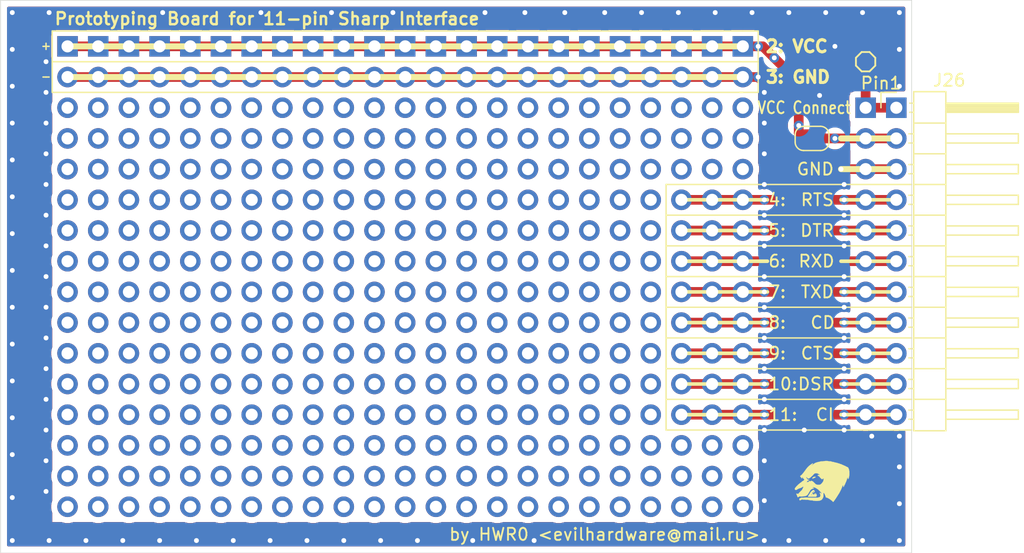
<source format=kicad_pcb>
(kicad_pcb (version 20171130) (host pcbnew "(5.1.5)-3")
  (layers (0 F.Cu signal) (31 B.Cu signal) (34 B.Paste user) (35 F.Paste user) (36 B.SilkS user) (37 F.SilkS user) (38 B.Mask user) (39 F.Mask user) (44 Edge.Cuts user))
  (net 0 "")
  (net 1 "Net-(J1-Pad16)")
  (net 2 "Net-(J1-Pad15)")
  (net 3 "Net-(J1-Pad14)")
  (net 4 "Net-(J1-Pad13)")
  (net 5 "Net-(J1-Pad12)")
  (net 6 "Net-(J1-Pad11)")
  (net 7 "Net-(J1-Pad10)")
  (net 8 "Net-(J1-Pad9)")
  (net 9 "Net-(J1-Pad8)")
  (net 10 "Net-(J1-Pad7)")
  (net 11 "Net-(J1-Pad6)")
  (net 12 "Net-(J1-Pad5)")
  (net 13 "Net-(J1-Pad4)")
  (net 14 "Net-(J1-Pad3)")
  (net 15 "Net-(J1-Pad1)")
  (net 16 "Net-(J2-Pad16)")
  (net 17 "Net-(J2-Pad15)")
  (net 18 "Net-(J2-Pad14)")
  (net 19 "Net-(J2-Pad13)")
  (net 20 "Net-(J2-Pad12)")
  (net 21 "Net-(J2-Pad11)")
  (net 22 "Net-(J2-Pad10)")
  (net 23 "Net-(J2-Pad9)")
  (net 24 "Net-(J2-Pad8)")
  (net 25 "Net-(J2-Pad7)")
  (net 26 "Net-(J2-Pad6)")
  (net 27 "Net-(J2-Pad5)")
  (net 28 "Net-(J2-Pad4)")
  (net 29 "Net-(J2-Pad3)")
  (net 30 "Net-(J3-Pad16)")
  (net 31 "Net-(J3-Pad15)")
  (net 32 "Net-(J3-Pad14)")
  (net 33 "Net-(J3-Pad13)")
  (net 34 "Net-(J3-Pad12)")
  (net 35 "Net-(J3-Pad11)")
  (net 36 "Net-(J3-Pad10)")
  (net 37 "Net-(J3-Pad9)")
  (net 38 "Net-(J3-Pad8)")
  (net 39 "Net-(J3-Pad7)")
  (net 40 "Net-(J3-Pad6)")
  (net 41 "Net-(J3-Pad5)")
  (net 42 "Net-(J3-Pad4)")
  (net 43 "Net-(J3-Pad3)")
  (net 44 "Net-(J4-Pad16)")
  (net 45 "Net-(J4-Pad15)")
  (net 46 "Net-(J4-Pad14)")
  (net 47 "Net-(J4-Pad13)")
  (net 48 "Net-(J4-Pad12)")
  (net 49 "Net-(J4-Pad11)")
  (net 50 "Net-(J4-Pad10)")
  (net 51 "Net-(J4-Pad9)")
  (net 52 "Net-(J4-Pad8)")
  (net 53 "Net-(J4-Pad7)")
  (net 54 "Net-(J4-Pad6)")
  (net 55 "Net-(J4-Pad5)")
  (net 56 "Net-(J4-Pad4)")
  (net 57 "Net-(J4-Pad3)")
  (net 58 "Net-(J5-Pad16)")
  (net 59 "Net-(J5-Pad15)")
  (net 60 "Net-(J5-Pad14)")
  (net 61 "Net-(J5-Pad13)")
  (net 62 "Net-(J5-Pad12)")
  (net 63 "Net-(J5-Pad11)")
  (net 64 "Net-(J5-Pad10)")
  (net 65 "Net-(J5-Pad9)")
  (net 66 "Net-(J5-Pad8)")
  (net 67 "Net-(J5-Pad7)")
  (net 68 "Net-(J5-Pad6)")
  (net 69 "Net-(J5-Pad5)")
  (net 70 "Net-(J5-Pad4)")
  (net 71 "Net-(J5-Pad3)")
  (net 72 "Net-(J6-Pad16)")
  (net 73 "Net-(J6-Pad15)")
  (net 74 "Net-(J6-Pad14)")
  (net 75 "Net-(J6-Pad13)")
  (net 76 "Net-(J6-Pad12)")
  (net 77 "Net-(J6-Pad11)")
  (net 78 "Net-(J6-Pad10)")
  (net 79 "Net-(J6-Pad9)")
  (net 80 "Net-(J6-Pad8)")
  (net 81 "Net-(J6-Pad7)")
  (net 82 "Net-(J6-Pad6)")
  (net 83 "Net-(J6-Pad5)")
  (net 84 "Net-(J6-Pad4)")
  (net 85 "Net-(J6-Pad3)")
  (net 86 "Net-(J7-Pad16)")
  (net 87 "Net-(J7-Pad15)")
  (net 88 "Net-(J7-Pad14)")
  (net 89 "Net-(J7-Pad13)")
  (net 90 "Net-(J7-Pad12)")
  (net 91 "Net-(J7-Pad11)")
  (net 92 "Net-(J7-Pad10)")
  (net 93 "Net-(J7-Pad9)")
  (net 94 "Net-(J7-Pad8)")
  (net 95 "Net-(J7-Pad7)")
  (net 96 "Net-(J7-Pad6)")
  (net 97 "Net-(J7-Pad5)")
  (net 98 "Net-(J7-Pad4)")
  (net 99 "Net-(J7-Pad3)")
  (net 100 "Net-(J8-Pad16)")
  (net 101 "Net-(J8-Pad15)")
  (net 102 "Net-(J8-Pad14)")
  (net 103 "Net-(J8-Pad13)")
  (net 104 "Net-(J8-Pad12)")
  (net 105 "Net-(J8-Pad11)")
  (net 106 "Net-(J8-Pad10)")
  (net 107 "Net-(J8-Pad9)")
  (net 108 "Net-(J8-Pad8)")
  (net 109 "Net-(J8-Pad7)")
  (net 110 "Net-(J8-Pad6)")
  (net 111 "Net-(J8-Pad5)")
  (net 112 "Net-(J8-Pad4)")
  (net 113 "Net-(J8-Pad3)")
  (net 114 "Net-(J9-Pad16)")
  (net 115 "Net-(J9-Pad15)")
  (net 116 "Net-(J9-Pad14)")
  (net 117 "Net-(J9-Pad13)")
  (net 118 "Net-(J9-Pad12)")
  (net 119 "Net-(J9-Pad11)")
  (net 120 "Net-(J9-Pad10)")
  (net 121 "Net-(J9-Pad9)")
  (net 122 "Net-(J9-Pad8)")
  (net 123 "Net-(J9-Pad7)")
  (net 124 "Net-(J9-Pad6)")
  (net 125 "Net-(J9-Pad5)")
  (net 126 "Net-(J9-Pad4)")
  (net 127 "Net-(J9-Pad3)")
  (net 128 "Net-(J10-Pad16)")
  (net 129 "Net-(J10-Pad15)")
  (net 130 "Net-(J10-Pad14)")
  (net 131 "Net-(J10-Pad13)")
  (net 132 "Net-(J10-Pad12)")
  (net 133 "Net-(J10-Pad11)")
  (net 134 "Net-(J10-Pad10)")
  (net 135 "Net-(J10-Pad9)")
  (net 136 "Net-(J10-Pad8)")
  (net 137 "Net-(J10-Pad7)")
  (net 138 "Net-(J10-Pad6)")
  (net 139 "Net-(J10-Pad5)")
  (net 140 "Net-(J10-Pad4)")
  (net 141 "Net-(J10-Pad3)")
  (net 142 "Net-(J11-Pad16)")
  (net 143 "Net-(J11-Pad15)")
  (net 144 "Net-(J11-Pad14)")
  (net 145 "Net-(J11-Pad13)")
  (net 146 "Net-(J11-Pad12)")
  (net 147 "Net-(J11-Pad11)")
  (net 148 "Net-(J11-Pad10)")
  (net 149 "Net-(J11-Pad9)")
  (net 150 "Net-(J11-Pad8)")
  (net 151 "Net-(J11-Pad7)")
  (net 152 "Net-(J11-Pad6)")
  (net 153 "Net-(J11-Pad5)")
  (net 154 "Net-(J11-Pad4)")
  (net 155 "Net-(J11-Pad3)")
  (net 156 "Net-(J12-Pad16)")
  (net 157 "Net-(J12-Pad15)")
  (net 158 "Net-(J12-Pad14)")
  (net 159 "Net-(J12-Pad13)")
  (net 160 "Net-(J12-Pad12)")
  (net 161 "Net-(J12-Pad11)")
  (net 162 "Net-(J12-Pad10)")
  (net 163 "Net-(J12-Pad9)")
  (net 164 "Net-(J12-Pad8)")
  (net 165 "Net-(J12-Pad7)")
  (net 166 "Net-(J12-Pad6)")
  (net 167 "Net-(J12-Pad5)")
  (net 168 "Net-(J12-Pad4)")
  (net 169 "Net-(J12-Pad3)")
  (net 170 "Net-(J13-Pad16)")
  (net 171 "Net-(J13-Pad15)")
  (net 172 "Net-(J13-Pad14)")
  (net 173 "Net-(J13-Pad13)")
  (net 174 "Net-(J13-Pad12)")
  (net 175 "Net-(J13-Pad11)")
  (net 176 "Net-(J13-Pad10)")
  (net 177 "Net-(J13-Pad9)")
  (net 178 "Net-(J13-Pad8)")
  (net 179 "Net-(J13-Pad7)")
  (net 180 "Net-(J13-Pad6)")
  (net 181 "Net-(J13-Pad5)")
  (net 182 "Net-(J13-Pad4)")
  (net 183 "Net-(J13-Pad3)")
  (net 184 "Net-(J14-Pad16)")
  (net 185 "Net-(J14-Pad15)")
  (net 186 "Net-(J14-Pad14)")
  (net 187 "Net-(J14-Pad13)")
  (net 188 "Net-(J14-Pad12)")
  (net 189 "Net-(J14-Pad11)")
  (net 190 "Net-(J14-Pad10)")
  (net 191 "Net-(J14-Pad9)")
  (net 192 "Net-(J14-Pad8)")
  (net 193 "Net-(J14-Pad7)")
  (net 194 "Net-(J14-Pad6)")
  (net 195 "Net-(J14-Pad5)")
  (net 196 "Net-(J14-Pad4)")
  (net 197 "Net-(J14-Pad3)")
  (net 198 "Net-(J15-Pad16)")
  (net 199 "Net-(J15-Pad15)")
  (net 200 "Net-(J15-Pad14)")
  (net 201 "Net-(J15-Pad13)")
  (net 202 "Net-(J15-Pad12)")
  (net 203 "Net-(J15-Pad11)")
  (net 204 "Net-(J15-Pad10)")
  (net 205 "Net-(J15-Pad9)")
  (net 206 "Net-(J15-Pad8)")
  (net 207 "Net-(J15-Pad7)")
  (net 208 "Net-(J15-Pad6)")
  (net 209 "Net-(J15-Pad5)")
  (net 210 "Net-(J15-Pad4)")
  (net 211 "Net-(J15-Pad3)")
  (net 212 "Net-(J16-Pad16)")
  (net 213 "Net-(J16-Pad15)")
  (net 214 "Net-(J16-Pad14)")
  (net 215 "Net-(J16-Pad13)")
  (net 216 "Net-(J16-Pad12)")
  (net 217 "Net-(J16-Pad11)")
  (net 218 "Net-(J16-Pad10)")
  (net 219 "Net-(J16-Pad9)")
  (net 220 "Net-(J16-Pad8)")
  (net 221 "Net-(J16-Pad7)")
  (net 222 "Net-(J16-Pad6)")
  (net 223 "Net-(J16-Pad5)")
  (net 224 "Net-(J16-Pad4)")
  (net 225 "Net-(J16-Pad3)")
  (net 226 "Net-(J17-Pad16)")
  (net 227 "Net-(J17-Pad15)")
  (net 228 "Net-(J17-Pad14)")
  (net 229 "Net-(J17-Pad13)")
  (net 230 "Net-(J17-Pad12)")
  (net 231 "Net-(J17-Pad11)")
  (net 232 "Net-(J17-Pad10)")
  (net 233 "Net-(J17-Pad9)")
  (net 234 "Net-(J17-Pad8)")
  (net 235 "Net-(J17-Pad7)")
  (net 236 "Net-(J17-Pad6)")
  (net 237 "Net-(J17-Pad5)")
  (net 238 "Net-(J17-Pad4)")
  (net 239 "Net-(J17-Pad3)")
  (net 240 "Net-(J18-Pad16)")
  (net 241 "Net-(J18-Pad15)")
  (net 242 "Net-(J18-Pad14)")
  (net 243 "Net-(J18-Pad13)")
  (net 244 "Net-(J18-Pad12)")
  (net 245 "Net-(J18-Pad11)")
  (net 246 "Net-(J18-Pad10)")
  (net 247 "Net-(J18-Pad9)")
  (net 248 "Net-(J18-Pad8)")
  (net 249 "Net-(J18-Pad7)")
  (net 250 "Net-(J18-Pad6)")
  (net 251 "Net-(J18-Pad5)")
  (net 252 "Net-(J18-Pad4)")
  (net 253 "Net-(J18-Pad3)")
  (net 254 "Net-(J19-Pad16)")
  (net 255 "Net-(J19-Pad15)")
  (net 256 "Net-(J19-Pad14)")
  (net 257 "Net-(J19-Pad13)")
  (net 258 "Net-(J19-Pad12)")
  (net 259 "Net-(J19-Pad11)")
  (net 260 "Net-(J19-Pad10)")
  (net 261 "Net-(J19-Pad9)")
  (net 262 "Net-(J19-Pad8)")
  (net 263 "Net-(J19-Pad7)")
  (net 264 "Net-(J19-Pad6)")
  (net 265 "Net-(J19-Pad5)")
  (net 266 "Net-(J19-Pad4)")
  (net 267 "Net-(J19-Pad3)")
  (net 268 "Net-(J20-Pad16)")
  (net 269 "Net-(J20-Pad15)")
  (net 270 "Net-(J20-Pad14)")
  (net 271 "Net-(J20-Pad13)")
  (net 272 "Net-(J20-Pad12)")
  (net 273 "Net-(J20-Pad11)")
  (net 274 "Net-(J20-Pad10)")
  (net 275 "Net-(J20-Pad9)")
  (net 276 "Net-(J20-Pad8)")
  (net 277 "Net-(J20-Pad7)")
  (net 278 "Net-(J20-Pad6)")
  (net 279 "Net-(J20-Pad5)")
  (net 280 "Net-(J20-Pad4)")
  (net 281 "Net-(J20-Pad3)")
  (net 282 "Net-(J21-Pad16)")
  (net 283 "Net-(J21-Pad15)")
  (net 284 "Net-(J21-Pad14)")
  (net 285 "Net-(J21-Pad5)")
  (net 286 "Net-(J21-Pad4)")
  (net 287 "Net-(J21-Pad3)")
  (net 288 "Net-(J22-Pad16)")
  (net 289 "Net-(J22-Pad15)")
  (net 290 "Net-(J22-Pad14)")
  (net 291 "Net-(J23-Pad16)")
  (net 292 "Net-(J23-Pad15)")
  (net 293 "Net-(J23-Pad14)")
  (net 294 "Net-(J24-Pad1)")
  (net 295 "Net-(J22-Pad5)")
  (net 296 "Net-(J22-Pad4)")
  (net 297 "Net-(J22-Pad3)")
  (net 298 "Net-(J23-Pad5)")
  (net 299 "Net-(J23-Pad4)")
  (net 300 "Net-(J23-Pad3)")
  (net 301 /GND)
  (net 302 /CI)
  (net 303 /DSR)
  (net 304 /CTS)
  (net 305 /CD)
  (net 306 /TXD)
  (net 307 /RXD)
  (net 308 /DTR)
  (net 309 /RTS)
  (net 310 /VCC)
  (module Alexx:AngryIcebear (layer F.Cu) (at 162.56 87.376)
    (fp_text reference G*** hide)
    (fp_text value LOGO hide)
  )
  (module hwreverse:BreadBoard_2.54mm_1x11 (layer F.Cu) (at 165.1 55.88)
    (fp_text reference J24 hide)
    (fp_text value CNDup)
    (pad 11 thru_hole oval (at 0 25.4) (size 1.7 1.7) (drill 1) (layers *.Cu *.Mask) (net 302 /CI))
    (pad 10 thru_hole oval (at 0 22.86) (size 1.7 1.7) (drill 1) (layers *.Cu *.Mask) (net 303 /DSR))
    (pad 9 thru_hole oval (at 0 20.32) (size 1.7 1.7) (drill 1) (layers *.Cu *.Mask) (net 304 /CTS))
    (pad 8 thru_hole oval (at 0 17.78) (size 1.7 1.7) (drill 1) (layers *.Cu *.Mask) (net 305 /CD))
    (pad 7 thru_hole oval (at 0 15.24) (size 1.7 1.7) (drill 1) (layers *.Cu *.Mask) (net 306 /TXD))
    (pad 6 thru_hole oval (at 0 12.7) (size 1.7 1.7) (drill 1) (layers *.Cu *.Mask) (net 307 /RXD))
    (pad 5 thru_hole oval (at 0 10.16) (size 1.7 1.7) (drill 1) (layers *.Cu *.Mask) (net 308 /DTR))
    (pad 4 thru_hole oval (at 0 7.62) (size 1.7 1.7) (drill 1) (layers *.Cu *.Mask) (net 309 /RTS))
    (pad 3 thru_hole oval (at 0 5.08) (size 1.7 1.7) (drill 1) (layers *.Cu *.Mask) (net 301 /GND))
    (pad 2 thru_hole oval (at 0 2.54) (size 1.7 1.7) (drill 1) (layers *.Cu *.Mask) (net 310 /VCC))
    (pad 1 thru_hole rect (at 0 0) (size 1.7 1.7) (drill 1) (layers *.Cu *.Mask) (net 294 "Net-(J24-Pad1)"))
  )
  (module hwreverse:Breadboard_2.54mm_1x16 (layer F.Cu) (at 154.94 50.8)
    (fp_text reference J23 hide)
    (fp_text value CN)
    (pad 16 thru_hole oval (at 0 38.1) (size 1.7 1.7) (drill 1) (layers *.Cu *.Mask) (net 291 "Net-(J23-Pad16)"))
    (pad 15 thru_hole oval (at 0 35.56) (size 1.7 1.7) (drill 1) (layers *.Cu *.Mask) (net 292 "Net-(J23-Pad15)"))
    (pad 14 thru_hole oval (at 0 33.02) (size 1.7 1.7) (drill 1) (layers *.Cu *.Mask) (net 293 "Net-(J23-Pad14)"))
    (pad 13 thru_hole oval (at 0 30.48) (size 1.7 1.7) (drill 1) (layers *.Cu *.Mask) (net 302 /CI))
    (pad 12 thru_hole oval (at 0 27.94) (size 1.7 1.7) (drill 1) (layers *.Cu *.Mask) (net 303 /DSR))
    (pad 11 thru_hole oval (at 0 25.4) (size 1.7 1.7) (drill 1) (layers *.Cu *.Mask) (net 304 /CTS))
    (pad 10 thru_hole oval (at 0 22.86) (size 1.7 1.7) (drill 1) (layers *.Cu *.Mask) (net 305 /CD))
    (pad 9 thru_hole oval (at 0 20.32) (size 1.7 1.7) (drill 1) (layers *.Cu *.Mask) (net 306 /TXD))
    (pad 8 thru_hole oval (at 0 17.78) (size 1.7 1.7) (drill 1) (layers *.Cu *.Mask) (net 307 /RXD))
    (pad 7 thru_hole oval (at 0 15.24) (size 1.7 1.7) (drill 1) (layers *.Cu *.Mask) (net 308 /DTR))
    (pad 6 thru_hole oval (at 0 12.7) (size 1.7 1.7) (drill 1) (layers *.Cu *.Mask) (net 309 /RTS))
    (pad 5 thru_hole oval (at 0 10.16) (size 1.7 1.7) (drill 1) (layers *.Cu *.Mask) (net 298 "Net-(J23-Pad5)"))
    (pad 4 thru_hole oval (at 0 7.62) (size 1.7 1.7) (drill 1) (layers *.Cu *.Mask) (net 299 "Net-(J23-Pad4)"))
    (pad 3 thru_hole oval (at 0 5.08) (size 1.7 1.7) (drill 1) (layers *.Cu *.Mask) (net 300 "Net-(J23-Pad3)"))
    (pad 2 thru_hole oval (at 0 2.54) (size 1.7 1.7) (drill 1) (layers *.Cu *.Mask) (net 301 /GND))
    (pad 1 thru_hole rect (at 0 0) (size 1.7 1.7) (drill 1) (layers *.Cu *.Mask) (net 15 "Net-(J1-Pad1)"))
  )
  (module hwreverse:Breadboard_2.54mm_1x16 (layer F.Cu) (at 152.4 50.8)
    (fp_text reference J22 hide)
    (fp_text value CN)
    (pad 16 thru_hole oval (at 0 38.1) (size 1.7 1.7) (drill 1) (layers *.Cu *.Mask) (net 288 "Net-(J22-Pad16)"))
    (pad 15 thru_hole oval (at 0 35.56) (size 1.7 1.7) (drill 1) (layers *.Cu *.Mask) (net 289 "Net-(J22-Pad15)"))
    (pad 14 thru_hole oval (at 0 33.02) (size 1.7 1.7) (drill 1) (layers *.Cu *.Mask) (net 290 "Net-(J22-Pad14)"))
    (pad 13 thru_hole oval (at 0 30.48) (size 1.7 1.7) (drill 1) (layers *.Cu *.Mask) (net 302 /CI))
    (pad 12 thru_hole oval (at 0 27.94) (size 1.7 1.7) (drill 1) (layers *.Cu *.Mask) (net 303 /DSR))
    (pad 11 thru_hole oval (at 0 25.4) (size 1.7 1.7) (drill 1) (layers *.Cu *.Mask) (net 304 /CTS))
    (pad 10 thru_hole oval (at 0 22.86) (size 1.7 1.7) (drill 1) (layers *.Cu *.Mask) (net 305 /CD))
    (pad 9 thru_hole oval (at 0 20.32) (size 1.7 1.7) (drill 1) (layers *.Cu *.Mask) (net 306 /TXD))
    (pad 8 thru_hole oval (at 0 17.78) (size 1.7 1.7) (drill 1) (layers *.Cu *.Mask) (net 307 /RXD))
    (pad 7 thru_hole oval (at 0 15.24) (size 1.7 1.7) (drill 1) (layers *.Cu *.Mask) (net 308 /DTR))
    (pad 6 thru_hole oval (at 0 12.7) (size 1.7 1.7) (drill 1) (layers *.Cu *.Mask) (net 309 /RTS))
    (pad 5 thru_hole oval (at 0 10.16) (size 1.7 1.7) (drill 1) (layers *.Cu *.Mask) (net 295 "Net-(J22-Pad5)"))
    (pad 4 thru_hole oval (at 0 7.62) (size 1.7 1.7) (drill 1) (layers *.Cu *.Mask) (net 296 "Net-(J22-Pad4)"))
    (pad 3 thru_hole oval (at 0 5.08) (size 1.7 1.7) (drill 1) (layers *.Cu *.Mask) (net 297 "Net-(J22-Pad3)"))
    (pad 2 thru_hole oval (at 0 2.54) (size 1.7 1.7) (drill 1) (layers *.Cu *.Mask) (net 301 /GND))
    (pad 1 thru_hole rect (at 0 0) (size 1.7 1.7) (drill 1) (layers *.Cu *.Mask) (net 15 "Net-(J1-Pad1)"))
  )
  (module hwreverse:Breadboard_2.54mm_1x16 (layer F.Cu) (at 149.86 50.8)
    (fp_text reference J21 hide)
    (fp_text value CN)
    (pad 16 thru_hole oval (at 0 38.1) (size 1.7 1.7) (drill 1) (layers *.Cu *.Mask) (net 282 "Net-(J21-Pad16)"))
    (pad 15 thru_hole oval (at 0 35.56) (size 1.7 1.7) (drill 1) (layers *.Cu *.Mask) (net 283 "Net-(J21-Pad15)"))
    (pad 14 thru_hole oval (at 0 33.02) (size 1.7 1.7) (drill 1) (layers *.Cu *.Mask) (net 284 "Net-(J21-Pad14)"))
    (pad 13 thru_hole oval (at 0 30.48) (size 1.7 1.7) (drill 1) (layers *.Cu *.Mask) (net 302 /CI))
    (pad 12 thru_hole oval (at 0 27.94) (size 1.7 1.7) (drill 1) (layers *.Cu *.Mask) (net 303 /DSR))
    (pad 11 thru_hole oval (at 0 25.4) (size 1.7 1.7) (drill 1) (layers *.Cu *.Mask) (net 304 /CTS))
    (pad 10 thru_hole oval (at 0 22.86) (size 1.7 1.7) (drill 1) (layers *.Cu *.Mask) (net 305 /CD))
    (pad 9 thru_hole oval (at 0 20.32) (size 1.7 1.7) (drill 1) (layers *.Cu *.Mask) (net 306 /TXD))
    (pad 8 thru_hole oval (at 0 17.78) (size 1.7 1.7) (drill 1) (layers *.Cu *.Mask) (net 307 /RXD))
    (pad 7 thru_hole oval (at 0 15.24) (size 1.7 1.7) (drill 1) (layers *.Cu *.Mask) (net 308 /DTR))
    (pad 6 thru_hole oval (at 0 12.7) (size 1.7 1.7) (drill 1) (layers *.Cu *.Mask) (net 309 /RTS))
    (pad 5 thru_hole oval (at 0 10.16) (size 1.7 1.7) (drill 1) (layers *.Cu *.Mask) (net 285 "Net-(J21-Pad5)"))
    (pad 4 thru_hole oval (at 0 7.62) (size 1.7 1.7) (drill 1) (layers *.Cu *.Mask) (net 286 "Net-(J21-Pad4)"))
    (pad 3 thru_hole oval (at 0 5.08) (size 1.7 1.7) (drill 1) (layers *.Cu *.Mask) (net 287 "Net-(J21-Pad3)"))
    (pad 2 thru_hole oval (at 0 2.54) (size 1.7 1.7) (drill 1) (layers *.Cu *.Mask) (net 301 /GND))
    (pad 1 thru_hole rect (at 0 0) (size 1.7 1.7) (drill 1) (layers *.Cu *.Mask) (net 15 "Net-(J1-Pad1)"))
  )
  (module hwreverse:Breadboard_2.54mm_1x16 (layer F.Cu) (at 147.32 50.8)
    (fp_text reference J20 hide)
    (fp_text value CN)
    (pad 16 thru_hole oval (at 0 38.1) (size 1.7 1.7) (drill 1) (layers *.Cu *.Mask) (net 268 "Net-(J20-Pad16)"))
    (pad 15 thru_hole oval (at 0 35.56) (size 1.7 1.7) (drill 1) (layers *.Cu *.Mask) (net 269 "Net-(J20-Pad15)"))
    (pad 14 thru_hole oval (at 0 33.02) (size 1.7 1.7) (drill 1) (layers *.Cu *.Mask) (net 270 "Net-(J20-Pad14)"))
    (pad 13 thru_hole oval (at 0 30.48) (size 1.7 1.7) (drill 1) (layers *.Cu *.Mask) (net 271 "Net-(J20-Pad13)"))
    (pad 12 thru_hole oval (at 0 27.94) (size 1.7 1.7) (drill 1) (layers *.Cu *.Mask) (net 272 "Net-(J20-Pad12)"))
    (pad 11 thru_hole oval (at 0 25.4) (size 1.7 1.7) (drill 1) (layers *.Cu *.Mask) (net 273 "Net-(J20-Pad11)"))
    (pad 10 thru_hole oval (at 0 22.86) (size 1.7 1.7) (drill 1) (layers *.Cu *.Mask) (net 274 "Net-(J20-Pad10)"))
    (pad 9 thru_hole oval (at 0 20.32) (size 1.7 1.7) (drill 1) (layers *.Cu *.Mask) (net 275 "Net-(J20-Pad9)"))
    (pad 8 thru_hole oval (at 0 17.78) (size 1.7 1.7) (drill 1) (layers *.Cu *.Mask) (net 276 "Net-(J20-Pad8)"))
    (pad 7 thru_hole oval (at 0 15.24) (size 1.7 1.7) (drill 1) (layers *.Cu *.Mask) (net 277 "Net-(J20-Pad7)"))
    (pad 6 thru_hole oval (at 0 12.7) (size 1.7 1.7) (drill 1) (layers *.Cu *.Mask) (net 278 "Net-(J20-Pad6)"))
    (pad 5 thru_hole oval (at 0 10.16) (size 1.7 1.7) (drill 1) (layers *.Cu *.Mask) (net 279 "Net-(J20-Pad5)"))
    (pad 4 thru_hole oval (at 0 7.62) (size 1.7 1.7) (drill 1) (layers *.Cu *.Mask) (net 280 "Net-(J20-Pad4)"))
    (pad 3 thru_hole oval (at 0 5.08) (size 1.7 1.7) (drill 1) (layers *.Cu *.Mask) (net 281 "Net-(J20-Pad3)"))
    (pad 2 thru_hole oval (at 0 2.54) (size 1.7 1.7) (drill 1) (layers *.Cu *.Mask) (net 301 /GND))
    (pad 1 thru_hole rect (at 0 0) (size 1.7 1.7) (drill 1) (layers *.Cu *.Mask) (net 15 "Net-(J1-Pad1)"))
  )
  (module hwreverse:Breadboard_2.54mm_1x16 (layer F.Cu) (at 144.78 50.8)
    (fp_text reference J19 hide)
    (fp_text value CN)
    (pad 16 thru_hole oval (at 0 38.1) (size 1.7 1.7) (drill 1) (layers *.Cu *.Mask) (net 254 "Net-(J19-Pad16)"))
    (pad 15 thru_hole oval (at 0 35.56) (size 1.7 1.7) (drill 1) (layers *.Cu *.Mask) (net 255 "Net-(J19-Pad15)"))
    (pad 14 thru_hole oval (at 0 33.02) (size 1.7 1.7) (drill 1) (layers *.Cu *.Mask) (net 256 "Net-(J19-Pad14)"))
    (pad 13 thru_hole oval (at 0 30.48) (size 1.7 1.7) (drill 1) (layers *.Cu *.Mask) (net 257 "Net-(J19-Pad13)"))
    (pad 12 thru_hole oval (at 0 27.94) (size 1.7 1.7) (drill 1) (layers *.Cu *.Mask) (net 258 "Net-(J19-Pad12)"))
    (pad 11 thru_hole oval (at 0 25.4) (size 1.7 1.7) (drill 1) (layers *.Cu *.Mask) (net 259 "Net-(J19-Pad11)"))
    (pad 10 thru_hole oval (at 0 22.86) (size 1.7 1.7) (drill 1) (layers *.Cu *.Mask) (net 260 "Net-(J19-Pad10)"))
    (pad 9 thru_hole oval (at 0 20.32) (size 1.7 1.7) (drill 1) (layers *.Cu *.Mask) (net 261 "Net-(J19-Pad9)"))
    (pad 8 thru_hole oval (at 0 17.78) (size 1.7 1.7) (drill 1) (layers *.Cu *.Mask) (net 262 "Net-(J19-Pad8)"))
    (pad 7 thru_hole oval (at 0 15.24) (size 1.7 1.7) (drill 1) (layers *.Cu *.Mask) (net 263 "Net-(J19-Pad7)"))
    (pad 6 thru_hole oval (at 0 12.7) (size 1.7 1.7) (drill 1) (layers *.Cu *.Mask) (net 264 "Net-(J19-Pad6)"))
    (pad 5 thru_hole oval (at 0 10.16) (size 1.7 1.7) (drill 1) (layers *.Cu *.Mask) (net 265 "Net-(J19-Pad5)"))
    (pad 4 thru_hole oval (at 0 7.62) (size 1.7 1.7) (drill 1) (layers *.Cu *.Mask) (net 266 "Net-(J19-Pad4)"))
    (pad 3 thru_hole oval (at 0 5.08) (size 1.7 1.7) (drill 1) (layers *.Cu *.Mask) (net 267 "Net-(J19-Pad3)"))
    (pad 2 thru_hole oval (at 0 2.54) (size 1.7 1.7) (drill 1) (layers *.Cu *.Mask) (net 301 /GND))
    (pad 1 thru_hole rect (at 0 0) (size 1.7 1.7) (drill 1) (layers *.Cu *.Mask) (net 15 "Net-(J1-Pad1)"))
  )
  (module hwreverse:Breadboard_2.54mm_1x16 (layer F.Cu) (at 142.24 50.8)
    (fp_text reference J18 hide)
    (fp_text value CN)
    (pad 16 thru_hole oval (at 0 38.1) (size 1.7 1.7) (drill 1) (layers *.Cu *.Mask) (net 240 "Net-(J18-Pad16)"))
    (pad 15 thru_hole oval (at 0 35.56) (size 1.7 1.7) (drill 1) (layers *.Cu *.Mask) (net 241 "Net-(J18-Pad15)"))
    (pad 14 thru_hole oval (at 0 33.02) (size 1.7 1.7) (drill 1) (layers *.Cu *.Mask) (net 242 "Net-(J18-Pad14)"))
    (pad 13 thru_hole oval (at 0 30.48) (size 1.7 1.7) (drill 1) (layers *.Cu *.Mask) (net 243 "Net-(J18-Pad13)"))
    (pad 12 thru_hole oval (at 0 27.94) (size 1.7 1.7) (drill 1) (layers *.Cu *.Mask) (net 244 "Net-(J18-Pad12)"))
    (pad 11 thru_hole oval (at 0 25.4) (size 1.7 1.7) (drill 1) (layers *.Cu *.Mask) (net 245 "Net-(J18-Pad11)"))
    (pad 10 thru_hole oval (at 0 22.86) (size 1.7 1.7) (drill 1) (layers *.Cu *.Mask) (net 246 "Net-(J18-Pad10)"))
    (pad 9 thru_hole oval (at 0 20.32) (size 1.7 1.7) (drill 1) (layers *.Cu *.Mask) (net 247 "Net-(J18-Pad9)"))
    (pad 8 thru_hole oval (at 0 17.78) (size 1.7 1.7) (drill 1) (layers *.Cu *.Mask) (net 248 "Net-(J18-Pad8)"))
    (pad 7 thru_hole oval (at 0 15.24) (size 1.7 1.7) (drill 1) (layers *.Cu *.Mask) (net 249 "Net-(J18-Pad7)"))
    (pad 6 thru_hole oval (at 0 12.7) (size 1.7 1.7) (drill 1) (layers *.Cu *.Mask) (net 250 "Net-(J18-Pad6)"))
    (pad 5 thru_hole oval (at 0 10.16) (size 1.7 1.7) (drill 1) (layers *.Cu *.Mask) (net 251 "Net-(J18-Pad5)"))
    (pad 4 thru_hole oval (at 0 7.62) (size 1.7 1.7) (drill 1) (layers *.Cu *.Mask) (net 252 "Net-(J18-Pad4)"))
    (pad 3 thru_hole oval (at 0 5.08) (size 1.7 1.7) (drill 1) (layers *.Cu *.Mask) (net 253 "Net-(J18-Pad3)"))
    (pad 2 thru_hole oval (at 0 2.54) (size 1.7 1.7) (drill 1) (layers *.Cu *.Mask) (net 301 /GND))
    (pad 1 thru_hole rect (at 0 0) (size 1.7 1.7) (drill 1) (layers *.Cu *.Mask) (net 15 "Net-(J1-Pad1)"))
  )
  (module hwreverse:Breadboard_2.54mm_1x16 (layer F.Cu) (at 139.7 50.8)
    (fp_text reference J17 hide)
    (fp_text value CN)
    (pad 16 thru_hole oval (at 0 38.1) (size 1.7 1.7) (drill 1) (layers *.Cu *.Mask) (net 226 "Net-(J17-Pad16)"))
    (pad 15 thru_hole oval (at 0 35.56) (size 1.7 1.7) (drill 1) (layers *.Cu *.Mask) (net 227 "Net-(J17-Pad15)"))
    (pad 14 thru_hole oval (at 0 33.02) (size 1.7 1.7) (drill 1) (layers *.Cu *.Mask) (net 228 "Net-(J17-Pad14)"))
    (pad 13 thru_hole oval (at 0 30.48) (size 1.7 1.7) (drill 1) (layers *.Cu *.Mask) (net 229 "Net-(J17-Pad13)"))
    (pad 12 thru_hole oval (at 0 27.94) (size 1.7 1.7) (drill 1) (layers *.Cu *.Mask) (net 230 "Net-(J17-Pad12)"))
    (pad 11 thru_hole oval (at 0 25.4) (size 1.7 1.7) (drill 1) (layers *.Cu *.Mask) (net 231 "Net-(J17-Pad11)"))
    (pad 10 thru_hole oval (at 0 22.86) (size 1.7 1.7) (drill 1) (layers *.Cu *.Mask) (net 232 "Net-(J17-Pad10)"))
    (pad 9 thru_hole oval (at 0 20.32) (size 1.7 1.7) (drill 1) (layers *.Cu *.Mask) (net 233 "Net-(J17-Pad9)"))
    (pad 8 thru_hole oval (at 0 17.78) (size 1.7 1.7) (drill 1) (layers *.Cu *.Mask) (net 234 "Net-(J17-Pad8)"))
    (pad 7 thru_hole oval (at 0 15.24) (size 1.7 1.7) (drill 1) (layers *.Cu *.Mask) (net 235 "Net-(J17-Pad7)"))
    (pad 6 thru_hole oval (at 0 12.7) (size 1.7 1.7) (drill 1) (layers *.Cu *.Mask) (net 236 "Net-(J17-Pad6)"))
    (pad 5 thru_hole oval (at 0 10.16) (size 1.7 1.7) (drill 1) (layers *.Cu *.Mask) (net 237 "Net-(J17-Pad5)"))
    (pad 4 thru_hole oval (at 0 7.62) (size 1.7 1.7) (drill 1) (layers *.Cu *.Mask) (net 238 "Net-(J17-Pad4)"))
    (pad 3 thru_hole oval (at 0 5.08) (size 1.7 1.7) (drill 1) (layers *.Cu *.Mask) (net 239 "Net-(J17-Pad3)"))
    (pad 2 thru_hole oval (at 0 2.54) (size 1.7 1.7) (drill 1) (layers *.Cu *.Mask) (net 301 /GND))
    (pad 1 thru_hole rect (at 0 0) (size 1.7 1.7) (drill 1) (layers *.Cu *.Mask) (net 15 "Net-(J1-Pad1)"))
  )
  (module hwreverse:Breadboard_2.54mm_1x16 (layer F.Cu) (at 137.16 50.8)
    (fp_text reference J16 hide)
    (fp_text value CN)
    (pad 16 thru_hole oval (at 0 38.1) (size 1.7 1.7) (drill 1) (layers *.Cu *.Mask) (net 212 "Net-(J16-Pad16)"))
    (pad 15 thru_hole oval (at 0 35.56) (size 1.7 1.7) (drill 1) (layers *.Cu *.Mask) (net 213 "Net-(J16-Pad15)"))
    (pad 14 thru_hole oval (at 0 33.02) (size 1.7 1.7) (drill 1) (layers *.Cu *.Mask) (net 214 "Net-(J16-Pad14)"))
    (pad 13 thru_hole oval (at 0 30.48) (size 1.7 1.7) (drill 1) (layers *.Cu *.Mask) (net 215 "Net-(J16-Pad13)"))
    (pad 12 thru_hole oval (at 0 27.94) (size 1.7 1.7) (drill 1) (layers *.Cu *.Mask) (net 216 "Net-(J16-Pad12)"))
    (pad 11 thru_hole oval (at 0 25.4) (size 1.7 1.7) (drill 1) (layers *.Cu *.Mask) (net 217 "Net-(J16-Pad11)"))
    (pad 10 thru_hole oval (at 0 22.86) (size 1.7 1.7) (drill 1) (layers *.Cu *.Mask) (net 218 "Net-(J16-Pad10)"))
    (pad 9 thru_hole oval (at 0 20.32) (size 1.7 1.7) (drill 1) (layers *.Cu *.Mask) (net 219 "Net-(J16-Pad9)"))
    (pad 8 thru_hole oval (at 0 17.78) (size 1.7 1.7) (drill 1) (layers *.Cu *.Mask) (net 220 "Net-(J16-Pad8)"))
    (pad 7 thru_hole oval (at 0 15.24) (size 1.7 1.7) (drill 1) (layers *.Cu *.Mask) (net 221 "Net-(J16-Pad7)"))
    (pad 6 thru_hole oval (at 0 12.7) (size 1.7 1.7) (drill 1) (layers *.Cu *.Mask) (net 222 "Net-(J16-Pad6)"))
    (pad 5 thru_hole oval (at 0 10.16) (size 1.7 1.7) (drill 1) (layers *.Cu *.Mask) (net 223 "Net-(J16-Pad5)"))
    (pad 4 thru_hole oval (at 0 7.62) (size 1.7 1.7) (drill 1) (layers *.Cu *.Mask) (net 224 "Net-(J16-Pad4)"))
    (pad 3 thru_hole oval (at 0 5.08) (size 1.7 1.7) (drill 1) (layers *.Cu *.Mask) (net 225 "Net-(J16-Pad3)"))
    (pad 2 thru_hole oval (at 0 2.54) (size 1.7 1.7) (drill 1) (layers *.Cu *.Mask) (net 301 /GND))
    (pad 1 thru_hole rect (at 0 0) (size 1.7 1.7) (drill 1) (layers *.Cu *.Mask) (net 15 "Net-(J1-Pad1)"))
  )
  (module hwreverse:Breadboard_2.54mm_1x16 (layer F.Cu) (at 134.62 50.8)
    (fp_text reference J15 hide)
    (fp_text value CN)
    (pad 16 thru_hole oval (at 0 38.1) (size 1.7 1.7) (drill 1) (layers *.Cu *.Mask) (net 198 "Net-(J15-Pad16)"))
    (pad 15 thru_hole oval (at 0 35.56) (size 1.7 1.7) (drill 1) (layers *.Cu *.Mask) (net 199 "Net-(J15-Pad15)"))
    (pad 14 thru_hole oval (at 0 33.02) (size 1.7 1.7) (drill 1) (layers *.Cu *.Mask) (net 200 "Net-(J15-Pad14)"))
    (pad 13 thru_hole oval (at 0 30.48) (size 1.7 1.7) (drill 1) (layers *.Cu *.Mask) (net 201 "Net-(J15-Pad13)"))
    (pad 12 thru_hole oval (at 0 27.94) (size 1.7 1.7) (drill 1) (layers *.Cu *.Mask) (net 202 "Net-(J15-Pad12)"))
    (pad 11 thru_hole oval (at 0 25.4) (size 1.7 1.7) (drill 1) (layers *.Cu *.Mask) (net 203 "Net-(J15-Pad11)"))
    (pad 10 thru_hole oval (at 0 22.86) (size 1.7 1.7) (drill 1) (layers *.Cu *.Mask) (net 204 "Net-(J15-Pad10)"))
    (pad 9 thru_hole oval (at 0 20.32) (size 1.7 1.7) (drill 1) (layers *.Cu *.Mask) (net 205 "Net-(J15-Pad9)"))
    (pad 8 thru_hole oval (at 0 17.78) (size 1.7 1.7) (drill 1) (layers *.Cu *.Mask) (net 206 "Net-(J15-Pad8)"))
    (pad 7 thru_hole oval (at 0 15.24) (size 1.7 1.7) (drill 1) (layers *.Cu *.Mask) (net 207 "Net-(J15-Pad7)"))
    (pad 6 thru_hole oval (at 0 12.7) (size 1.7 1.7) (drill 1) (layers *.Cu *.Mask) (net 208 "Net-(J15-Pad6)"))
    (pad 5 thru_hole oval (at 0 10.16) (size 1.7 1.7) (drill 1) (layers *.Cu *.Mask) (net 209 "Net-(J15-Pad5)"))
    (pad 4 thru_hole oval (at 0 7.62) (size 1.7 1.7) (drill 1) (layers *.Cu *.Mask) (net 210 "Net-(J15-Pad4)"))
    (pad 3 thru_hole oval (at 0 5.08) (size 1.7 1.7) (drill 1) (layers *.Cu *.Mask) (net 211 "Net-(J15-Pad3)"))
    (pad 2 thru_hole oval (at 0 2.54) (size 1.7 1.7) (drill 1) (layers *.Cu *.Mask) (net 301 /GND))
    (pad 1 thru_hole rect (at 0 0) (size 1.7 1.7) (drill 1) (layers *.Cu *.Mask) (net 15 "Net-(J1-Pad1)"))
  )
  (module hwreverse:Breadboard_2.54mm_1x16 (layer F.Cu) (at 132.08 50.8)
    (fp_text reference J14 hide)
    (fp_text value CN)
    (pad 16 thru_hole oval (at 0 38.1) (size 1.7 1.7) (drill 1) (layers *.Cu *.Mask) (net 184 "Net-(J14-Pad16)"))
    (pad 15 thru_hole oval (at 0 35.56) (size 1.7 1.7) (drill 1) (layers *.Cu *.Mask) (net 185 "Net-(J14-Pad15)"))
    (pad 14 thru_hole oval (at 0 33.02) (size 1.7 1.7) (drill 1) (layers *.Cu *.Mask) (net 186 "Net-(J14-Pad14)"))
    (pad 13 thru_hole oval (at 0 30.48) (size 1.7 1.7) (drill 1) (layers *.Cu *.Mask) (net 187 "Net-(J14-Pad13)"))
    (pad 12 thru_hole oval (at 0 27.94) (size 1.7 1.7) (drill 1) (layers *.Cu *.Mask) (net 188 "Net-(J14-Pad12)"))
    (pad 11 thru_hole oval (at 0 25.4) (size 1.7 1.7) (drill 1) (layers *.Cu *.Mask) (net 189 "Net-(J14-Pad11)"))
    (pad 10 thru_hole oval (at 0 22.86) (size 1.7 1.7) (drill 1) (layers *.Cu *.Mask) (net 190 "Net-(J14-Pad10)"))
    (pad 9 thru_hole oval (at 0 20.32) (size 1.7 1.7) (drill 1) (layers *.Cu *.Mask) (net 191 "Net-(J14-Pad9)"))
    (pad 8 thru_hole oval (at 0 17.78) (size 1.7 1.7) (drill 1) (layers *.Cu *.Mask) (net 192 "Net-(J14-Pad8)"))
    (pad 7 thru_hole oval (at 0 15.24) (size 1.7 1.7) (drill 1) (layers *.Cu *.Mask) (net 193 "Net-(J14-Pad7)"))
    (pad 6 thru_hole oval (at 0 12.7) (size 1.7 1.7) (drill 1) (layers *.Cu *.Mask) (net 194 "Net-(J14-Pad6)"))
    (pad 5 thru_hole oval (at 0 10.16) (size 1.7 1.7) (drill 1) (layers *.Cu *.Mask) (net 195 "Net-(J14-Pad5)"))
    (pad 4 thru_hole oval (at 0 7.62) (size 1.7 1.7) (drill 1) (layers *.Cu *.Mask) (net 196 "Net-(J14-Pad4)"))
    (pad 3 thru_hole oval (at 0 5.08) (size 1.7 1.7) (drill 1) (layers *.Cu *.Mask) (net 197 "Net-(J14-Pad3)"))
    (pad 2 thru_hole oval (at 0 2.54) (size 1.7 1.7) (drill 1) (layers *.Cu *.Mask) (net 301 /GND))
    (pad 1 thru_hole rect (at 0 0) (size 1.7 1.7) (drill 1) (layers *.Cu *.Mask) (net 15 "Net-(J1-Pad1)"))
  )
  (module hwreverse:Breadboard_2.54mm_1x16 (layer F.Cu) (at 129.54 50.8)
    (fp_text reference J13 hide)
    (fp_text value CN)
    (pad 16 thru_hole oval (at 0 38.1) (size 1.7 1.7) (drill 1) (layers *.Cu *.Mask) (net 170 "Net-(J13-Pad16)"))
    (pad 15 thru_hole oval (at 0 35.56) (size 1.7 1.7) (drill 1) (layers *.Cu *.Mask) (net 171 "Net-(J13-Pad15)"))
    (pad 14 thru_hole oval (at 0 33.02) (size 1.7 1.7) (drill 1) (layers *.Cu *.Mask) (net 172 "Net-(J13-Pad14)"))
    (pad 13 thru_hole oval (at 0 30.48) (size 1.7 1.7) (drill 1) (layers *.Cu *.Mask) (net 173 "Net-(J13-Pad13)"))
    (pad 12 thru_hole oval (at 0 27.94) (size 1.7 1.7) (drill 1) (layers *.Cu *.Mask) (net 174 "Net-(J13-Pad12)"))
    (pad 11 thru_hole oval (at 0 25.4) (size 1.7 1.7) (drill 1) (layers *.Cu *.Mask) (net 175 "Net-(J13-Pad11)"))
    (pad 10 thru_hole oval (at 0 22.86) (size 1.7 1.7) (drill 1) (layers *.Cu *.Mask) (net 176 "Net-(J13-Pad10)"))
    (pad 9 thru_hole oval (at 0 20.32) (size 1.7 1.7) (drill 1) (layers *.Cu *.Mask) (net 177 "Net-(J13-Pad9)"))
    (pad 8 thru_hole oval (at 0 17.78) (size 1.7 1.7) (drill 1) (layers *.Cu *.Mask) (net 178 "Net-(J13-Pad8)"))
    (pad 7 thru_hole oval (at 0 15.24) (size 1.7 1.7) (drill 1) (layers *.Cu *.Mask) (net 179 "Net-(J13-Pad7)"))
    (pad 6 thru_hole oval (at 0 12.7) (size 1.7 1.7) (drill 1) (layers *.Cu *.Mask) (net 180 "Net-(J13-Pad6)"))
    (pad 5 thru_hole oval (at 0 10.16) (size 1.7 1.7) (drill 1) (layers *.Cu *.Mask) (net 181 "Net-(J13-Pad5)"))
    (pad 4 thru_hole oval (at 0 7.62) (size 1.7 1.7) (drill 1) (layers *.Cu *.Mask) (net 182 "Net-(J13-Pad4)"))
    (pad 3 thru_hole oval (at 0 5.08) (size 1.7 1.7) (drill 1) (layers *.Cu *.Mask) (net 183 "Net-(J13-Pad3)"))
    (pad 2 thru_hole oval (at 0 2.54) (size 1.7 1.7) (drill 1) (layers *.Cu *.Mask) (net 301 /GND))
    (pad 1 thru_hole rect (at 0 0) (size 1.7 1.7) (drill 1) (layers *.Cu *.Mask) (net 15 "Net-(J1-Pad1)"))
  )
  (module hwreverse:Breadboard_2.54mm_1x16 (layer F.Cu) (at 127 50.8)
    (fp_text reference J12 hide)
    (fp_text value CN)
    (pad 16 thru_hole oval (at 0 38.1) (size 1.7 1.7) (drill 1) (layers *.Cu *.Mask) (net 156 "Net-(J12-Pad16)"))
    (pad 15 thru_hole oval (at 0 35.56) (size 1.7 1.7) (drill 1) (layers *.Cu *.Mask) (net 157 "Net-(J12-Pad15)"))
    (pad 14 thru_hole oval (at 0 33.02) (size 1.7 1.7) (drill 1) (layers *.Cu *.Mask) (net 158 "Net-(J12-Pad14)"))
    (pad 13 thru_hole oval (at 0 30.48) (size 1.7 1.7) (drill 1) (layers *.Cu *.Mask) (net 159 "Net-(J12-Pad13)"))
    (pad 12 thru_hole oval (at 0 27.94) (size 1.7 1.7) (drill 1) (layers *.Cu *.Mask) (net 160 "Net-(J12-Pad12)"))
    (pad 11 thru_hole oval (at 0 25.4) (size 1.7 1.7) (drill 1) (layers *.Cu *.Mask) (net 161 "Net-(J12-Pad11)"))
    (pad 10 thru_hole oval (at 0 22.86) (size 1.7 1.7) (drill 1) (layers *.Cu *.Mask) (net 162 "Net-(J12-Pad10)"))
    (pad 9 thru_hole oval (at 0 20.32) (size 1.7 1.7) (drill 1) (layers *.Cu *.Mask) (net 163 "Net-(J12-Pad9)"))
    (pad 8 thru_hole oval (at 0 17.78) (size 1.7 1.7) (drill 1) (layers *.Cu *.Mask) (net 164 "Net-(J12-Pad8)"))
    (pad 7 thru_hole oval (at 0 15.24) (size 1.7 1.7) (drill 1) (layers *.Cu *.Mask) (net 165 "Net-(J12-Pad7)"))
    (pad 6 thru_hole oval (at 0 12.7) (size 1.7 1.7) (drill 1) (layers *.Cu *.Mask) (net 166 "Net-(J12-Pad6)"))
    (pad 5 thru_hole oval (at 0 10.16) (size 1.7 1.7) (drill 1) (layers *.Cu *.Mask) (net 167 "Net-(J12-Pad5)"))
    (pad 4 thru_hole oval (at 0 7.62) (size 1.7 1.7) (drill 1) (layers *.Cu *.Mask) (net 168 "Net-(J12-Pad4)"))
    (pad 3 thru_hole oval (at 0 5.08) (size 1.7 1.7) (drill 1) (layers *.Cu *.Mask) (net 169 "Net-(J12-Pad3)"))
    (pad 2 thru_hole oval (at 0 2.54) (size 1.7 1.7) (drill 1) (layers *.Cu *.Mask) (net 301 /GND))
    (pad 1 thru_hole rect (at 0 0) (size 1.7 1.7) (drill 1) (layers *.Cu *.Mask) (net 15 "Net-(J1-Pad1)"))
  )
  (module hwreverse:Breadboard_2.54mm_1x16 (layer F.Cu) (at 124.46 50.8)
    (fp_text reference J11 hide)
    (fp_text value CN)
    (pad 16 thru_hole oval (at 0 38.1) (size 1.7 1.7) (drill 1) (layers *.Cu *.Mask) (net 142 "Net-(J11-Pad16)"))
    (pad 15 thru_hole oval (at 0 35.56) (size 1.7 1.7) (drill 1) (layers *.Cu *.Mask) (net 143 "Net-(J11-Pad15)"))
    (pad 14 thru_hole oval (at 0 33.02) (size 1.7 1.7) (drill 1) (layers *.Cu *.Mask) (net 144 "Net-(J11-Pad14)"))
    (pad 13 thru_hole oval (at 0 30.48) (size 1.7 1.7) (drill 1) (layers *.Cu *.Mask) (net 145 "Net-(J11-Pad13)"))
    (pad 12 thru_hole oval (at 0 27.94) (size 1.7 1.7) (drill 1) (layers *.Cu *.Mask) (net 146 "Net-(J11-Pad12)"))
    (pad 11 thru_hole oval (at 0 25.4) (size 1.7 1.7) (drill 1) (layers *.Cu *.Mask) (net 147 "Net-(J11-Pad11)"))
    (pad 10 thru_hole oval (at 0 22.86) (size 1.7 1.7) (drill 1) (layers *.Cu *.Mask) (net 148 "Net-(J11-Pad10)"))
    (pad 9 thru_hole oval (at 0 20.32) (size 1.7 1.7) (drill 1) (layers *.Cu *.Mask) (net 149 "Net-(J11-Pad9)"))
    (pad 8 thru_hole oval (at 0 17.78) (size 1.7 1.7) (drill 1) (layers *.Cu *.Mask) (net 150 "Net-(J11-Pad8)"))
    (pad 7 thru_hole oval (at 0 15.24) (size 1.7 1.7) (drill 1) (layers *.Cu *.Mask) (net 151 "Net-(J11-Pad7)"))
    (pad 6 thru_hole oval (at 0 12.7) (size 1.7 1.7) (drill 1) (layers *.Cu *.Mask) (net 152 "Net-(J11-Pad6)"))
    (pad 5 thru_hole oval (at 0 10.16) (size 1.7 1.7) (drill 1) (layers *.Cu *.Mask) (net 153 "Net-(J11-Pad5)"))
    (pad 4 thru_hole oval (at 0 7.62) (size 1.7 1.7) (drill 1) (layers *.Cu *.Mask) (net 154 "Net-(J11-Pad4)"))
    (pad 3 thru_hole oval (at 0 5.08) (size 1.7 1.7) (drill 1) (layers *.Cu *.Mask) (net 155 "Net-(J11-Pad3)"))
    (pad 2 thru_hole oval (at 0 2.54) (size 1.7 1.7) (drill 1) (layers *.Cu *.Mask) (net 301 /GND))
    (pad 1 thru_hole rect (at 0 0) (size 1.7 1.7) (drill 1) (layers *.Cu *.Mask) (net 15 "Net-(J1-Pad1)"))
  )
  (module hwreverse:Breadboard_2.54mm_1x16 (layer F.Cu) (at 121.92 50.8)
    (fp_text reference J10 hide)
    (fp_text value CN)
    (pad 16 thru_hole oval (at 0 38.1) (size 1.7 1.7) (drill 1) (layers *.Cu *.Mask) (net 128 "Net-(J10-Pad16)"))
    (pad 15 thru_hole oval (at 0 35.56) (size 1.7 1.7) (drill 1) (layers *.Cu *.Mask) (net 129 "Net-(J10-Pad15)"))
    (pad 14 thru_hole oval (at 0 33.02) (size 1.7 1.7) (drill 1) (layers *.Cu *.Mask) (net 130 "Net-(J10-Pad14)"))
    (pad 13 thru_hole oval (at 0 30.48) (size 1.7 1.7) (drill 1) (layers *.Cu *.Mask) (net 131 "Net-(J10-Pad13)"))
    (pad 12 thru_hole oval (at 0 27.94) (size 1.7 1.7) (drill 1) (layers *.Cu *.Mask) (net 132 "Net-(J10-Pad12)"))
    (pad 11 thru_hole oval (at 0 25.4) (size 1.7 1.7) (drill 1) (layers *.Cu *.Mask) (net 133 "Net-(J10-Pad11)"))
    (pad 10 thru_hole oval (at 0 22.86) (size 1.7 1.7) (drill 1) (layers *.Cu *.Mask) (net 134 "Net-(J10-Pad10)"))
    (pad 9 thru_hole oval (at 0 20.32) (size 1.7 1.7) (drill 1) (layers *.Cu *.Mask) (net 135 "Net-(J10-Pad9)"))
    (pad 8 thru_hole oval (at 0 17.78) (size 1.7 1.7) (drill 1) (layers *.Cu *.Mask) (net 136 "Net-(J10-Pad8)"))
    (pad 7 thru_hole oval (at 0 15.24) (size 1.7 1.7) (drill 1) (layers *.Cu *.Mask) (net 137 "Net-(J10-Pad7)"))
    (pad 6 thru_hole oval (at 0 12.7) (size 1.7 1.7) (drill 1) (layers *.Cu *.Mask) (net 138 "Net-(J10-Pad6)"))
    (pad 5 thru_hole oval (at 0 10.16) (size 1.7 1.7) (drill 1) (layers *.Cu *.Mask) (net 139 "Net-(J10-Pad5)"))
    (pad 4 thru_hole oval (at 0 7.62) (size 1.7 1.7) (drill 1) (layers *.Cu *.Mask) (net 140 "Net-(J10-Pad4)"))
    (pad 3 thru_hole oval (at 0 5.08) (size 1.7 1.7) (drill 1) (layers *.Cu *.Mask) (net 141 "Net-(J10-Pad3)"))
    (pad 2 thru_hole oval (at 0 2.54) (size 1.7 1.7) (drill 1) (layers *.Cu *.Mask) (net 301 /GND))
    (pad 1 thru_hole rect (at 0 0) (size 1.7 1.7) (drill 1) (layers *.Cu *.Mask) (net 15 "Net-(J1-Pad1)"))
  )
  (module hwreverse:Breadboard_2.54mm_1x16 (layer F.Cu) (at 119.38 50.8)
    (fp_text reference J9 hide)
    (fp_text value CN)
    (pad 16 thru_hole oval (at 0 38.1) (size 1.7 1.7) (drill 1) (layers *.Cu *.Mask) (net 114 "Net-(J9-Pad16)"))
    (pad 15 thru_hole oval (at 0 35.56) (size 1.7 1.7) (drill 1) (layers *.Cu *.Mask) (net 115 "Net-(J9-Pad15)"))
    (pad 14 thru_hole oval (at 0 33.02) (size 1.7 1.7) (drill 1) (layers *.Cu *.Mask) (net 116 "Net-(J9-Pad14)"))
    (pad 13 thru_hole oval (at 0 30.48) (size 1.7 1.7) (drill 1) (layers *.Cu *.Mask) (net 117 "Net-(J9-Pad13)"))
    (pad 12 thru_hole oval (at 0 27.94) (size 1.7 1.7) (drill 1) (layers *.Cu *.Mask) (net 118 "Net-(J9-Pad12)"))
    (pad 11 thru_hole oval (at 0 25.4) (size 1.7 1.7) (drill 1) (layers *.Cu *.Mask) (net 119 "Net-(J9-Pad11)"))
    (pad 10 thru_hole oval (at 0 22.86) (size 1.7 1.7) (drill 1) (layers *.Cu *.Mask) (net 120 "Net-(J9-Pad10)"))
    (pad 9 thru_hole oval (at 0 20.32) (size 1.7 1.7) (drill 1) (layers *.Cu *.Mask) (net 121 "Net-(J9-Pad9)"))
    (pad 8 thru_hole oval (at 0 17.78) (size 1.7 1.7) (drill 1) (layers *.Cu *.Mask) (net 122 "Net-(J9-Pad8)"))
    (pad 7 thru_hole oval (at 0 15.24) (size 1.7 1.7) (drill 1) (layers *.Cu *.Mask) (net 123 "Net-(J9-Pad7)"))
    (pad 6 thru_hole oval (at 0 12.7) (size 1.7 1.7) (drill 1) (layers *.Cu *.Mask) (net 124 "Net-(J9-Pad6)"))
    (pad 5 thru_hole oval (at 0 10.16) (size 1.7 1.7) (drill 1) (layers *.Cu *.Mask) (net 125 "Net-(J9-Pad5)"))
    (pad 4 thru_hole oval (at 0 7.62) (size 1.7 1.7) (drill 1) (layers *.Cu *.Mask) (net 126 "Net-(J9-Pad4)"))
    (pad 3 thru_hole oval (at 0 5.08) (size 1.7 1.7) (drill 1) (layers *.Cu *.Mask) (net 127 "Net-(J9-Pad3)"))
    (pad 2 thru_hole oval (at 0 2.54) (size 1.7 1.7) (drill 1) (layers *.Cu *.Mask) (net 301 /GND))
    (pad 1 thru_hole rect (at 0 0) (size 1.7 1.7) (drill 1) (layers *.Cu *.Mask) (net 15 "Net-(J1-Pad1)"))
  )
  (module hwreverse:Breadboard_2.54mm_1x16 (layer F.Cu) (at 116.84 50.8)
    (fp_text reference J8 hide)
    (fp_text value CN)
    (pad 16 thru_hole oval (at 0 38.1) (size 1.7 1.7) (drill 1) (layers *.Cu *.Mask) (net 100 "Net-(J8-Pad16)"))
    (pad 15 thru_hole oval (at 0 35.56) (size 1.7 1.7) (drill 1) (layers *.Cu *.Mask) (net 101 "Net-(J8-Pad15)"))
    (pad 14 thru_hole oval (at 0 33.02) (size 1.7 1.7) (drill 1) (layers *.Cu *.Mask) (net 102 "Net-(J8-Pad14)"))
    (pad 13 thru_hole oval (at 0 30.48) (size 1.7 1.7) (drill 1) (layers *.Cu *.Mask) (net 103 "Net-(J8-Pad13)"))
    (pad 12 thru_hole oval (at 0 27.94) (size 1.7 1.7) (drill 1) (layers *.Cu *.Mask) (net 104 "Net-(J8-Pad12)"))
    (pad 11 thru_hole oval (at 0 25.4) (size 1.7 1.7) (drill 1) (layers *.Cu *.Mask) (net 105 "Net-(J8-Pad11)"))
    (pad 10 thru_hole oval (at 0 22.86) (size 1.7 1.7) (drill 1) (layers *.Cu *.Mask) (net 106 "Net-(J8-Pad10)"))
    (pad 9 thru_hole oval (at 0 20.32) (size 1.7 1.7) (drill 1) (layers *.Cu *.Mask) (net 107 "Net-(J8-Pad9)"))
    (pad 8 thru_hole oval (at 0 17.78) (size 1.7 1.7) (drill 1) (layers *.Cu *.Mask) (net 108 "Net-(J8-Pad8)"))
    (pad 7 thru_hole oval (at 0 15.24) (size 1.7 1.7) (drill 1) (layers *.Cu *.Mask) (net 109 "Net-(J8-Pad7)"))
    (pad 6 thru_hole oval (at 0 12.7) (size 1.7 1.7) (drill 1) (layers *.Cu *.Mask) (net 110 "Net-(J8-Pad6)"))
    (pad 5 thru_hole oval (at 0 10.16) (size 1.7 1.7) (drill 1) (layers *.Cu *.Mask) (net 111 "Net-(J8-Pad5)"))
    (pad 4 thru_hole oval (at 0 7.62) (size 1.7 1.7) (drill 1) (layers *.Cu *.Mask) (net 112 "Net-(J8-Pad4)"))
    (pad 3 thru_hole oval (at 0 5.08) (size 1.7 1.7) (drill 1) (layers *.Cu *.Mask) (net 113 "Net-(J8-Pad3)"))
    (pad 2 thru_hole oval (at 0 2.54) (size 1.7 1.7) (drill 1) (layers *.Cu *.Mask) (net 301 /GND))
    (pad 1 thru_hole rect (at 0 0) (size 1.7 1.7) (drill 1) (layers *.Cu *.Mask) (net 15 "Net-(J1-Pad1)"))
  )
  (module hwreverse:Breadboard_2.54mm_1x16 (layer F.Cu) (at 114.3 50.8)
    (fp_text reference J7 hide)
    (fp_text value CN)
    (pad 16 thru_hole oval (at 0 38.1) (size 1.7 1.7) (drill 1) (layers *.Cu *.Mask) (net 86 "Net-(J7-Pad16)"))
    (pad 15 thru_hole oval (at 0 35.56) (size 1.7 1.7) (drill 1) (layers *.Cu *.Mask) (net 87 "Net-(J7-Pad15)"))
    (pad 14 thru_hole oval (at 0 33.02) (size 1.7 1.7) (drill 1) (layers *.Cu *.Mask) (net 88 "Net-(J7-Pad14)"))
    (pad 13 thru_hole oval (at 0 30.48) (size 1.7 1.7) (drill 1) (layers *.Cu *.Mask) (net 89 "Net-(J7-Pad13)"))
    (pad 12 thru_hole oval (at 0 27.94) (size 1.7 1.7) (drill 1) (layers *.Cu *.Mask) (net 90 "Net-(J7-Pad12)"))
    (pad 11 thru_hole oval (at 0 25.4) (size 1.7 1.7) (drill 1) (layers *.Cu *.Mask) (net 91 "Net-(J7-Pad11)"))
    (pad 10 thru_hole oval (at 0 22.86) (size 1.7 1.7) (drill 1) (layers *.Cu *.Mask) (net 92 "Net-(J7-Pad10)"))
    (pad 9 thru_hole oval (at 0 20.32) (size 1.7 1.7) (drill 1) (layers *.Cu *.Mask) (net 93 "Net-(J7-Pad9)"))
    (pad 8 thru_hole oval (at 0 17.78) (size 1.7 1.7) (drill 1) (layers *.Cu *.Mask) (net 94 "Net-(J7-Pad8)"))
    (pad 7 thru_hole oval (at 0 15.24) (size 1.7 1.7) (drill 1) (layers *.Cu *.Mask) (net 95 "Net-(J7-Pad7)"))
    (pad 6 thru_hole oval (at 0 12.7) (size 1.7 1.7) (drill 1) (layers *.Cu *.Mask) (net 96 "Net-(J7-Pad6)"))
    (pad 5 thru_hole oval (at 0 10.16) (size 1.7 1.7) (drill 1) (layers *.Cu *.Mask) (net 97 "Net-(J7-Pad5)"))
    (pad 4 thru_hole oval (at 0 7.62) (size 1.7 1.7) (drill 1) (layers *.Cu *.Mask) (net 98 "Net-(J7-Pad4)"))
    (pad 3 thru_hole oval (at 0 5.08) (size 1.7 1.7) (drill 1) (layers *.Cu *.Mask) (net 99 "Net-(J7-Pad3)"))
    (pad 2 thru_hole oval (at 0 2.54) (size 1.7 1.7) (drill 1) (layers *.Cu *.Mask) (net 301 /GND))
    (pad 1 thru_hole rect (at 0 0) (size 1.7 1.7) (drill 1) (layers *.Cu *.Mask) (net 15 "Net-(J1-Pad1)"))
  )
  (module hwreverse:Breadboard_2.54mm_1x16 (layer F.Cu) (at 111.76 50.8)
    (fp_text reference J6 hide)
    (fp_text value CN)
    (pad 16 thru_hole oval (at 0 38.1) (size 1.7 1.7) (drill 1) (layers *.Cu *.Mask) (net 72 "Net-(J6-Pad16)"))
    (pad 15 thru_hole oval (at 0 35.56) (size 1.7 1.7) (drill 1) (layers *.Cu *.Mask) (net 73 "Net-(J6-Pad15)"))
    (pad 14 thru_hole oval (at 0 33.02) (size 1.7 1.7) (drill 1) (layers *.Cu *.Mask) (net 74 "Net-(J6-Pad14)"))
    (pad 13 thru_hole oval (at 0 30.48) (size 1.7 1.7) (drill 1) (layers *.Cu *.Mask) (net 75 "Net-(J6-Pad13)"))
    (pad 12 thru_hole oval (at 0 27.94) (size 1.7 1.7) (drill 1) (layers *.Cu *.Mask) (net 76 "Net-(J6-Pad12)"))
    (pad 11 thru_hole oval (at 0 25.4) (size 1.7 1.7) (drill 1) (layers *.Cu *.Mask) (net 77 "Net-(J6-Pad11)"))
    (pad 10 thru_hole oval (at 0 22.86) (size 1.7 1.7) (drill 1) (layers *.Cu *.Mask) (net 78 "Net-(J6-Pad10)"))
    (pad 9 thru_hole oval (at 0 20.32) (size 1.7 1.7) (drill 1) (layers *.Cu *.Mask) (net 79 "Net-(J6-Pad9)"))
    (pad 8 thru_hole oval (at 0 17.78) (size 1.7 1.7) (drill 1) (layers *.Cu *.Mask) (net 80 "Net-(J6-Pad8)"))
    (pad 7 thru_hole oval (at 0 15.24) (size 1.7 1.7) (drill 1) (layers *.Cu *.Mask) (net 81 "Net-(J6-Pad7)"))
    (pad 6 thru_hole oval (at 0 12.7) (size 1.7 1.7) (drill 1) (layers *.Cu *.Mask) (net 82 "Net-(J6-Pad6)"))
    (pad 5 thru_hole oval (at 0 10.16) (size 1.7 1.7) (drill 1) (layers *.Cu *.Mask) (net 83 "Net-(J6-Pad5)"))
    (pad 4 thru_hole oval (at 0 7.62) (size 1.7 1.7) (drill 1) (layers *.Cu *.Mask) (net 84 "Net-(J6-Pad4)"))
    (pad 3 thru_hole oval (at 0 5.08) (size 1.7 1.7) (drill 1) (layers *.Cu *.Mask) (net 85 "Net-(J6-Pad3)"))
    (pad 2 thru_hole oval (at 0 2.54) (size 1.7 1.7) (drill 1) (layers *.Cu *.Mask) (net 301 /GND))
    (pad 1 thru_hole rect (at 0 0) (size 1.7 1.7) (drill 1) (layers *.Cu *.Mask) (net 15 "Net-(J1-Pad1)"))
  )
  (module hwreverse:Breadboard_2.54mm_1x16 (layer F.Cu) (at 109.22 50.8)
    (fp_text reference J5 hide)
    (fp_text value CN)
    (pad 16 thru_hole oval (at 0 38.1) (size 1.7 1.7) (drill 1) (layers *.Cu *.Mask) (net 58 "Net-(J5-Pad16)"))
    (pad 15 thru_hole oval (at 0 35.56) (size 1.7 1.7) (drill 1) (layers *.Cu *.Mask) (net 59 "Net-(J5-Pad15)"))
    (pad 14 thru_hole oval (at 0 33.02) (size 1.7 1.7) (drill 1) (layers *.Cu *.Mask) (net 60 "Net-(J5-Pad14)"))
    (pad 13 thru_hole oval (at 0 30.48) (size 1.7 1.7) (drill 1) (layers *.Cu *.Mask) (net 61 "Net-(J5-Pad13)"))
    (pad 12 thru_hole oval (at 0 27.94) (size 1.7 1.7) (drill 1) (layers *.Cu *.Mask) (net 62 "Net-(J5-Pad12)"))
    (pad 11 thru_hole oval (at 0 25.4) (size 1.7 1.7) (drill 1) (layers *.Cu *.Mask) (net 63 "Net-(J5-Pad11)"))
    (pad 10 thru_hole oval (at 0 22.86) (size 1.7 1.7) (drill 1) (layers *.Cu *.Mask) (net 64 "Net-(J5-Pad10)"))
    (pad 9 thru_hole oval (at 0 20.32) (size 1.7 1.7) (drill 1) (layers *.Cu *.Mask) (net 65 "Net-(J5-Pad9)"))
    (pad 8 thru_hole oval (at 0 17.78) (size 1.7 1.7) (drill 1) (layers *.Cu *.Mask) (net 66 "Net-(J5-Pad8)"))
    (pad 7 thru_hole oval (at 0 15.24) (size 1.7 1.7) (drill 1) (layers *.Cu *.Mask) (net 67 "Net-(J5-Pad7)"))
    (pad 6 thru_hole oval (at 0 12.7) (size 1.7 1.7) (drill 1) (layers *.Cu *.Mask) (net 68 "Net-(J5-Pad6)"))
    (pad 5 thru_hole oval (at 0 10.16) (size 1.7 1.7) (drill 1) (layers *.Cu *.Mask) (net 69 "Net-(J5-Pad5)"))
    (pad 4 thru_hole oval (at 0 7.62) (size 1.7 1.7) (drill 1) (layers *.Cu *.Mask) (net 70 "Net-(J5-Pad4)"))
    (pad 3 thru_hole oval (at 0 5.08) (size 1.7 1.7) (drill 1) (layers *.Cu *.Mask) (net 71 "Net-(J5-Pad3)"))
    (pad 2 thru_hole oval (at 0 2.54) (size 1.7 1.7) (drill 1) (layers *.Cu *.Mask) (net 301 /GND))
    (pad 1 thru_hole rect (at 0 0) (size 1.7 1.7) (drill 1) (layers *.Cu *.Mask) (net 15 "Net-(J1-Pad1)"))
  )
  (module hwreverse:Breadboard_2.54mm_1x16 (layer F.Cu) (at 106.68 50.8)
    (fp_text reference J4 hide)
    (fp_text value CN)
    (pad 16 thru_hole oval (at 0 38.1) (size 1.7 1.7) (drill 1) (layers *.Cu *.Mask) (net 44 "Net-(J4-Pad16)"))
    (pad 15 thru_hole oval (at 0 35.56) (size 1.7 1.7) (drill 1) (layers *.Cu *.Mask) (net 45 "Net-(J4-Pad15)"))
    (pad 14 thru_hole oval (at 0 33.02) (size 1.7 1.7) (drill 1) (layers *.Cu *.Mask) (net 46 "Net-(J4-Pad14)"))
    (pad 13 thru_hole oval (at 0 30.48) (size 1.7 1.7) (drill 1) (layers *.Cu *.Mask) (net 47 "Net-(J4-Pad13)"))
    (pad 12 thru_hole oval (at 0 27.94) (size 1.7 1.7) (drill 1) (layers *.Cu *.Mask) (net 48 "Net-(J4-Pad12)"))
    (pad 11 thru_hole oval (at 0 25.4) (size 1.7 1.7) (drill 1) (layers *.Cu *.Mask) (net 49 "Net-(J4-Pad11)"))
    (pad 10 thru_hole oval (at 0 22.86) (size 1.7 1.7) (drill 1) (layers *.Cu *.Mask) (net 50 "Net-(J4-Pad10)"))
    (pad 9 thru_hole oval (at 0 20.32) (size 1.7 1.7) (drill 1) (layers *.Cu *.Mask) (net 51 "Net-(J4-Pad9)"))
    (pad 8 thru_hole oval (at 0 17.78) (size 1.7 1.7) (drill 1) (layers *.Cu *.Mask) (net 52 "Net-(J4-Pad8)"))
    (pad 7 thru_hole oval (at 0 15.24) (size 1.7 1.7) (drill 1) (layers *.Cu *.Mask) (net 53 "Net-(J4-Pad7)"))
    (pad 6 thru_hole oval (at 0 12.7) (size 1.7 1.7) (drill 1) (layers *.Cu *.Mask) (net 54 "Net-(J4-Pad6)"))
    (pad 5 thru_hole oval (at 0 10.16) (size 1.7 1.7) (drill 1) (layers *.Cu *.Mask) (net 55 "Net-(J4-Pad5)"))
    (pad 4 thru_hole oval (at 0 7.62) (size 1.7 1.7) (drill 1) (layers *.Cu *.Mask) (net 56 "Net-(J4-Pad4)"))
    (pad 3 thru_hole oval (at 0 5.08) (size 1.7 1.7) (drill 1) (layers *.Cu *.Mask) (net 57 "Net-(J4-Pad3)"))
    (pad 2 thru_hole oval (at 0 2.54) (size 1.7 1.7) (drill 1) (layers *.Cu *.Mask) (net 301 /GND))
    (pad 1 thru_hole rect (at 0 0) (size 1.7 1.7) (drill 1) (layers *.Cu *.Mask) (net 15 "Net-(J1-Pad1)"))
  )
  (module hwreverse:Breadboard_2.54mm_1x16 (layer F.Cu) (at 104.14 50.8)
    (fp_text reference J3 hide)
    (fp_text value CN)
    (pad 16 thru_hole oval (at 0 38.1) (size 1.7 1.7) (drill 1) (layers *.Cu *.Mask) (net 30 "Net-(J3-Pad16)"))
    (pad 15 thru_hole oval (at 0 35.56) (size 1.7 1.7) (drill 1) (layers *.Cu *.Mask) (net 31 "Net-(J3-Pad15)"))
    (pad 14 thru_hole oval (at 0 33.02) (size 1.7 1.7) (drill 1) (layers *.Cu *.Mask) (net 32 "Net-(J3-Pad14)"))
    (pad 13 thru_hole oval (at 0 30.48) (size 1.7 1.7) (drill 1) (layers *.Cu *.Mask) (net 33 "Net-(J3-Pad13)"))
    (pad 12 thru_hole oval (at 0 27.94) (size 1.7 1.7) (drill 1) (layers *.Cu *.Mask) (net 34 "Net-(J3-Pad12)"))
    (pad 11 thru_hole oval (at 0 25.4) (size 1.7 1.7) (drill 1) (layers *.Cu *.Mask) (net 35 "Net-(J3-Pad11)"))
    (pad 10 thru_hole oval (at 0 22.86) (size 1.7 1.7) (drill 1) (layers *.Cu *.Mask) (net 36 "Net-(J3-Pad10)"))
    (pad 9 thru_hole oval (at 0 20.32) (size 1.7 1.7) (drill 1) (layers *.Cu *.Mask) (net 37 "Net-(J3-Pad9)"))
    (pad 8 thru_hole oval (at 0 17.78) (size 1.7 1.7) (drill 1) (layers *.Cu *.Mask) (net 38 "Net-(J3-Pad8)"))
    (pad 7 thru_hole oval (at 0 15.24) (size 1.7 1.7) (drill 1) (layers *.Cu *.Mask) (net 39 "Net-(J3-Pad7)"))
    (pad 6 thru_hole oval (at 0 12.7) (size 1.7 1.7) (drill 1) (layers *.Cu *.Mask) (net 40 "Net-(J3-Pad6)"))
    (pad 5 thru_hole oval (at 0 10.16) (size 1.7 1.7) (drill 1) (layers *.Cu *.Mask) (net 41 "Net-(J3-Pad5)"))
    (pad 4 thru_hole oval (at 0 7.62) (size 1.7 1.7) (drill 1) (layers *.Cu *.Mask) (net 42 "Net-(J3-Pad4)"))
    (pad 3 thru_hole oval (at 0 5.08) (size 1.7 1.7) (drill 1) (layers *.Cu *.Mask) (net 43 "Net-(J3-Pad3)"))
    (pad 2 thru_hole oval (at 0 2.54) (size 1.7 1.7) (drill 1) (layers *.Cu *.Mask) (net 301 /GND))
    (pad 1 thru_hole rect (at 0 0) (size 1.7 1.7) (drill 1) (layers *.Cu *.Mask) (net 15 "Net-(J1-Pad1)"))
  )
  (module hwreverse:Breadboard_2.54mm_1x16 (layer F.Cu) (at 101.6 50.8)
    (fp_text reference J2 hide)
    (fp_text value CN)
    (pad 16 thru_hole oval (at 0 38.1) (size 1.7 1.7) (drill 1) (layers *.Cu *.Mask) (net 16 "Net-(J2-Pad16)"))
    (pad 15 thru_hole oval (at 0 35.56) (size 1.7 1.7) (drill 1) (layers *.Cu *.Mask) (net 17 "Net-(J2-Pad15)"))
    (pad 14 thru_hole oval (at 0 33.02) (size 1.7 1.7) (drill 1) (layers *.Cu *.Mask) (net 18 "Net-(J2-Pad14)"))
    (pad 13 thru_hole oval (at 0 30.48) (size 1.7 1.7) (drill 1) (layers *.Cu *.Mask) (net 19 "Net-(J2-Pad13)"))
    (pad 12 thru_hole oval (at 0 27.94) (size 1.7 1.7) (drill 1) (layers *.Cu *.Mask) (net 20 "Net-(J2-Pad12)"))
    (pad 11 thru_hole oval (at 0 25.4) (size 1.7 1.7) (drill 1) (layers *.Cu *.Mask) (net 21 "Net-(J2-Pad11)"))
    (pad 10 thru_hole oval (at 0 22.86) (size 1.7 1.7) (drill 1) (layers *.Cu *.Mask) (net 22 "Net-(J2-Pad10)"))
    (pad 9 thru_hole oval (at 0 20.32) (size 1.7 1.7) (drill 1) (layers *.Cu *.Mask) (net 23 "Net-(J2-Pad9)"))
    (pad 8 thru_hole oval (at 0 17.78) (size 1.7 1.7) (drill 1) (layers *.Cu *.Mask) (net 24 "Net-(J2-Pad8)"))
    (pad 7 thru_hole oval (at 0 15.24) (size 1.7 1.7) (drill 1) (layers *.Cu *.Mask) (net 25 "Net-(J2-Pad7)"))
    (pad 6 thru_hole oval (at 0 12.7) (size 1.7 1.7) (drill 1) (layers *.Cu *.Mask) (net 26 "Net-(J2-Pad6)"))
    (pad 5 thru_hole oval (at 0 10.16) (size 1.7 1.7) (drill 1) (layers *.Cu *.Mask) (net 27 "Net-(J2-Pad5)"))
    (pad 4 thru_hole oval (at 0 7.62) (size 1.7 1.7) (drill 1) (layers *.Cu *.Mask) (net 28 "Net-(J2-Pad4)"))
    (pad 3 thru_hole oval (at 0 5.08) (size 1.7 1.7) (drill 1) (layers *.Cu *.Mask) (net 29 "Net-(J2-Pad3)"))
    (pad 2 thru_hole oval (at 0 2.54) (size 1.7 1.7) (drill 1) (layers *.Cu *.Mask) (net 301 /GND))
    (pad 1 thru_hole rect (at 0 0) (size 1.7 1.7) (drill 1) (layers *.Cu *.Mask) (net 15 "Net-(J1-Pad1)"))
  )
  (module hwreverse:Breadboard_2.54mm_1x16 (layer F.Cu) (at 99.06 50.8)
    (fp_text reference J1 hide)
    (fp_text value CN)
    (pad 16 thru_hole oval (at 0 38.1) (size 1.7 1.7) (drill 1) (layers *.Cu *.Mask) (net 1 "Net-(J1-Pad16)"))
    (pad 15 thru_hole oval (at 0 35.56) (size 1.7 1.7) (drill 1) (layers *.Cu *.Mask) (net 2 "Net-(J1-Pad15)"))
    (pad 14 thru_hole oval (at 0 33.02) (size 1.7 1.7) (drill 1) (layers *.Cu *.Mask) (net 3 "Net-(J1-Pad14)"))
    (pad 13 thru_hole oval (at 0 30.48) (size 1.7 1.7) (drill 1) (layers *.Cu *.Mask) (net 4 "Net-(J1-Pad13)"))
    (pad 12 thru_hole oval (at 0 27.94) (size 1.7 1.7) (drill 1) (layers *.Cu *.Mask) (net 5 "Net-(J1-Pad12)"))
    (pad 11 thru_hole oval (at 0 25.4) (size 1.7 1.7) (drill 1) (layers *.Cu *.Mask) (net 6 "Net-(J1-Pad11)"))
    (pad 10 thru_hole oval (at 0 22.86) (size 1.7 1.7) (drill 1) (layers *.Cu *.Mask) (net 7 "Net-(J1-Pad10)"))
    (pad 9 thru_hole oval (at 0 20.32) (size 1.7 1.7) (drill 1) (layers *.Cu *.Mask) (net 8 "Net-(J1-Pad9)"))
    (pad 8 thru_hole oval (at 0 17.78) (size 1.7 1.7) (drill 1) (layers *.Cu *.Mask) (net 9 "Net-(J1-Pad8)"))
    (pad 7 thru_hole oval (at 0 15.24) (size 1.7 1.7) (drill 1) (layers *.Cu *.Mask) (net 10 "Net-(J1-Pad7)"))
    (pad 6 thru_hole oval (at 0 12.7) (size 1.7 1.7) (drill 1) (layers *.Cu *.Mask) (net 11 "Net-(J1-Pad6)"))
    (pad 5 thru_hole oval (at 0 10.16) (size 1.7 1.7) (drill 1) (layers *.Cu *.Mask) (net 12 "Net-(J1-Pad5)"))
    (pad 4 thru_hole oval (at 0 7.62) (size 1.7 1.7) (drill 1) (layers *.Cu *.Mask) (net 13 "Net-(J1-Pad4)"))
    (pad 3 thru_hole oval (at 0 5.08) (size 1.7 1.7) (drill 1) (layers *.Cu *.Mask) (net 14 "Net-(J1-Pad3)"))
    (pad 2 thru_hole oval (at 0 2.54) (size 1.7 1.7) (drill 1) (layers *.Cu *.Mask) (net 301 /GND))
    (pad 1 thru_hole rect (at 0 0) (size 1.7 1.7) (drill 1) (layers *.Cu *.Mask) (net 15 "Net-(J1-Pad1)"))
  )
  (module Connector_PinHeader_2.54mm:PinHeader_1x11_P2.54mm_Horizontal (layer F.Cu) (at 167.64 55.88)
    (fp_text reference J26 (at 4.385 -2.27) (layer F.SilkS))
    (fp_text value Conn_01x11_Male)
    (pad 11 thru_hole oval (at 0 25.4) (size 1.7 1.7) (drill 1) (layers *.Cu *.Mask) (net 302 /CI))
    (pad 10 thru_hole oval (at 0 22.86) (size 1.7 1.7) (drill 1) (layers *.Cu *.Mask) (net 303 /DSR))
    (pad 9 thru_hole oval (at 0 20.32) (size 1.7 1.7) (drill 1) (layers *.Cu *.Mask) (net 304 /CTS))
    (pad 8 thru_hole oval (at 0 17.78) (size 1.7 1.7) (drill 1) (layers *.Cu *.Mask) (net 305 /CD))
    (pad 7 thru_hole oval (at 0 15.24) (size 1.7 1.7) (drill 1) (layers *.Cu *.Mask) (net 306 /TXD))
    (pad 6 thru_hole oval (at 0 12.7) (size 1.7 1.7) (drill 1) (layers *.Cu *.Mask) (net 307 /RXD))
    (pad 5 thru_hole oval (at 0 10.16) (size 1.7 1.7) (drill 1) (layers *.Cu *.Mask) (net 308 /DTR))
    (pad 4 thru_hole oval (at 0 7.62) (size 1.7 1.7) (drill 1) (layers *.Cu *.Mask) (net 309 /RTS))
    (pad 3 thru_hole oval (at 0 5.08) (size 1.7 1.7) (drill 1) (layers *.Cu *.Mask) (net 301 /GND))
    (pad 2 thru_hole oval (at 0 2.54) (size 1.7 1.7) (drill 1) (layers *.Cu *.Mask) (net 310 /VCC))
    (pad 1 thru_hole rect (at 0 0) (size 1.7 1.7) (drill 1) (layers *.Cu *.Mask) (net 294 "Net-(J24-Pad1)"))
  )
  (module Jumper:SolderJumper-2_P1.3mm_Open_RoundedPad1.0x1.5mm (layer F.Cu) (at 160.67 58.42)
    (fp_text reference JP1 hide)
    (fp_text value VCC hide)
    (pad 2 smd custom (at 0.65 0) (size 1 0.5) (layers F.Cu F.Mask) (net 310 /VCC) (options (clearance outline) (anchor rect)) (primitives (gr_circle (center 0 0.25) (end 0.5 0.25) (width 0)) (gr_circle (center 0 -0.25) (end 0.5 -0.25) (width 0)) (gr_poly (pts (xy 0 -0.75) (xy -0.5 -0.75) (xy -0.5 0.75) (xy 0 0.75)) (width 0))))
    (pad 1 smd custom (at -0.65 0) (size 1 0.5) (layers F.Cu F.Mask) (net 15 "Net-(J1-Pad1)") (options (clearance outline) (anchor rect)) (primitives (gr_circle (center 0 0.25) (end 0.5 0.25) (width 0)) (gr_circle (center 0 -0.25) (end 0.5 -0.25) (width 0)) (gr_poly (pts (xy 0 -0.75) (xy 0.5 -0.75) (xy 0.5 0.75) (xy 0 0.75)) (width 0))))
  )
  (module hwreverse:SolidPad_octa_2.2_1.4mmCore (layer F.Cu) (at 165.1 52.07)
    (fp_text reference J25 hide)
    (fp_text value SolidPad-Connector)
    (pad ~ smd custom (at 0 0) (size 0.4 0.4) (layers F.Cu) (net 294 "Net-(J24-Pad1)") (options (clearance outline) (anchor rect)) (primitives (gr_poly (pts (xy 0.265159 0.640151) (xy 0.643996 0.261313) (xy 0.643996 -0.274443) (xy 0.26516 -0.65328) (xy -0.270598 -0.653282) (xy -0.649435 -0.274444) (xy -0.649435 0.261313) (xy -0.270598 0.64015)) (width 0.1)) (gr_line (start -1 -0.2) (end -1 0.2) (width 0.15)) (gr_line (start -0.4 1) (end 0.4 1) (width 0.15)) (gr_line (start 0.4 1) (end 1 0.4) (width 0.15)) (gr_line (start -1 0.2) (end -1 0.4) (width 0.15)) (gr_line (start -1 0.4) (end -0.4 1) (width 0.15)) (gr_line (start 0.4 -1) (end -0.4 -1) (width 0.15)) (gr_line (start -1 -0.4) (end -1 -0.2) (width 0.15)) (gr_line (start 0 -1) (end 0 -0.6) (width 0.15)) (gr_line (start 1 0.4) (end 1 -0.4) (width 0.15)) (gr_line (start 0 1) (end 0 0.4) (width 0.15)) (gr_line (start -0.4 -1) (end -1 -0.4) (width 0.15)) (gr_line (start -1 0) (end -0.4 0) (width 0.15)) (gr_line (start 1 0) (end 0.6 0) (width 0.15)) (gr_line (start 1 -0.4) (end 0.4 -1) (width 0.15))))
  )
  (gr_text "by HWR0 <evilhardware@mail.ru>" (at 156.464 91.186) (layer F.SilkS) (effects (font (size 1 1)) (justify right)))
  (gr_text "Prototyping Board for 11-pin Sharp Interface" (at 115.57 48.514) (layer F.SilkS) (effects (font (size 1 1) (thickness 0.2))))
  (gr_line (start 93.52 92.71) (end 168.91 92.71) (layer Edge.Cuts) (width 0.05))
  (gr_text Pin1 (at 166.37 53.848) (layer F.SilkS) (effects (font (size 1 1))))
  (gr_line (start 97.282 53.34) (end 97.028 53.34) (layer F.SilkS) (width 0.12))
  (gr_line (start 97.282 53.34) (end 97.536 53.34) (layer F.SilkS) (width 0.12))
  (gr_line (start 97.282 50.546) (end 97.282 51.054) (layer F.SilkS) (width 0.12))
  (gr_line (start 97.028 50.8) (end 97.536 50.8) (layer F.SilkS) (width 0.12))
  (gr_line (start 154.94 52.07) (end 156.21 52.07) (layer F.SilkS) (width 0.12))
  (gr_line (start 156.21 54.61) (end 154.686 54.61) (layer F.SilkS) (width 0.12))
  (gr_line (start 156.21 49.53) (end 156.21 54.61) (layer F.SilkS) (width 0.12))
  (gr_line (start 154.94 49.53) (end 156.21 49.53) (layer F.SilkS) (width 0.12))
  (gr_line (start 148.59 80.01) (end 168.91 80.01) (layer F.SilkS) (width 0.12))
  (gr_line (start 148.59 77.47) (end 168.91 77.47) (layer F.SilkS) (width 0.12))
  (gr_line (start 148.59 74.93) (end 168.91 74.93) (layer F.SilkS) (width 0.12))
  (gr_line (start 148.59 72.39) (end 168.91 72.39) (layer F.SilkS) (width 0.12))
  (gr_line (start 148.59 69.85) (end 168.91 69.85) (layer F.SilkS) (width 0.12))
  (gr_line (start 148.59 67.31) (end 168.91 67.31) (layer F.SilkS) (width 0.12))
  (gr_line (start 148.59 64.77) (end 168.91 64.77) (layer F.SilkS) (width 0.12))
  (gr_line (start 148.59 82.55) (end 168.91 82.55) (layer F.SilkS) (width 0.12))
  (gr_line (start 148.59 62.23) (end 148.59 82.55) (layer F.SilkS) (width 0.12))
  (gr_line (start 148.59 62.23) (end 168.91 62.23) (layer F.SilkS) (width 0.12))
  (gr_line (start 97.79 52.07) (end 154.94 52.07) (layer F.SilkS) (width 0.12))
  (gr_line (start 97.79 49.53) (end 154.94 49.53) (layer F.SilkS) (width 0.12))
  (gr_line (start 97.79 54.61) (end 97.79 49.53) (layer F.SilkS) (width 0.12))
  (gr_line (start 154.94 54.61) (end 97.79 54.61) (layer F.SilkS) (width 0.12))
  (gr_text 11: (at 156.972 81.28) (layer F.SilkS) (effects (font (size 1 1)) (justify left)))
  (gr_text 5: (at 156.972 66.04) (layer F.SilkS) (effects (font (size 1 1)) (justify left)))
  (gr_text 6: (at 156.972 68.58) (layer F.SilkS) (effects (font (size 1 1)) (justify left)))
  (gr_text 7: (at 156.972 71.12) (layer F.SilkS) (effects (font (size 1 1)) (justify left)))
  (gr_text 8: (at 156.972 73.66) (layer F.SilkS) (effects (font (size 1 1)) (justify left)))
  (gr_text 9: (at 156.972 76.2) (layer F.SilkS) (effects (font (size 1 1)) (justify left)))
  (gr_text 10: (at 156.972 78.74) (layer F.SilkS) (effects (font (size 1 1)) (justify left)))
  (gr_text 4: (at 156.972 63.5) (layer F.SilkS) (effects (font (size 1 1)) (justify left)))
  (gr_text "VCC Connect" (at 160.02 55.88) (layer F.SilkS) (effects (font (size 1 0.8))))
  (gr_text CI (at 162.56 81.28) (layer F.SilkS) (effects (font (size 1 1)) (justify right)))
  (gr_text DSR (at 162.56 78.74) (layer F.SilkS) (effects (font (size 1 1)) (justify right)))
  (gr_text CTS (at 162.56 76.2) (layer F.SilkS) (effects (font (size 1 1)) (justify right)))
  (gr_text CD (at 161.544 73.66) (layer F.SilkS) (effects (font (size 1 1))))
  (gr_text TXD (at 162.56 71.12) (layer F.SilkS) (effects (font (size 1 1)) (justify right)))
  (gr_text RXD (at 161.036 68.58) (layer F.SilkS) (effects (font (size 1 1))))
  (gr_text DTR (at 162.56 66.04) (layer F.SilkS) (effects (font (size 1 1)) (justify right)))
  (gr_text RTS (at 162.56 63.5) (layer F.SilkS) (effects (font (size 1 1)) (justify right)))
  (gr_text GND (at 162.56 60.96) (layer F.SilkS) (effects (font (size 1 1)) (justify right)))
  (gr_text "3: GND" (at 156.718 53.34) (layer F.SilkS) (effects (font (size 1 1) (thickness 0.25)) (justify left)))
  (gr_text "2: VCC" (at 156.718 50.8) (layer F.SilkS) (effects (font (size 1 1) (thickness 0.25)) (justify left)))
  (gr_line (start 167.64 60.96) (end 163.068 60.96) (layer F.SilkS) (width 0.5))
  (gr_line (start 167.64 58.42) (end 163.068 58.42) (layer F.SilkS) (width 0.5))
  (gr_line (start 167.64 81.28) (end 163.068 81.28) (layer F.SilkS) (width 0.3))
  (gr_line (start 167.64 78.74) (end 163.068 78.74) (layer F.SilkS) (width 0.3))
  (gr_line (start 167.64 76.2) (end 163.068 76.2) (layer F.SilkS) (width 0.3))
  (gr_line (start 167.64 73.66) (end 163.068 73.66) (layer F.SilkS) (width 0.3))
  (gr_line (start 167.64 71.12) (end 163.068 71.12) (layer F.SilkS) (width 0.3))
  (gr_line (start 167.64 68.58) (end 163.068 68.58) (layer F.SilkS) (width 0.3))
  (gr_line (start 167.64 66.04) (end 163.068 66.04) (layer F.SilkS) (width 0.3))
  (gr_line (start 167.64 63.5) (end 163.068 63.5) (layer F.SilkS) (width 0.3))
  (gr_line (start 149.86 81.28) (end 156.972 81.28) (layer F.SilkS) (width 0.3))
  (gr_line (start 149.86 78.74) (end 156.972 78.74) (layer F.SilkS) (width 0.3))
  (gr_line (start 149.86 76.2) (end 156.972 76.2) (layer F.SilkS) (width 0.3))
  (gr_line (start 149.86 73.66) (end 156.972 73.66) (layer F.SilkS) (width 0.3))
  (gr_line (start 149.86 71.12) (end 156.972 71.12) (layer F.SilkS) (width 0.3))
  (gr_line (start 149.86 68.58) (end 156.972 68.58) (layer F.SilkS) (width 0.3))
  (gr_line (start 149.86 66.04) (end 156.972 66.04) (layer F.SilkS) (width 0.3))
  (gr_line (start 149.86 63.5) (end 156.972 63.5) (layer F.SilkS) (width 0.3))
  (gr_line (start 99.06 53.34) (end 154.94 53.34) (layer F.SilkS) (width 0.5))
  (gr_line (start 99.06 50.8) (end 154.94 50.8) (layer F.SilkS) (width 0.5))
  (gr_line (start 93.52 92.71) (end 93.52 46.99) (layer Edge.Cuts) (width 0.05))
  (gr_line (start 168.91 46.99) (end 168.91 92.71) (layer Edge.Cuts) (width 0.05))
  (gr_line (start 93.52 46.99) (end 168.91 46.99) (layer Edge.Cuts) (width 0.05))
  (segment (start 99.06 50.8) (end 154.94 50.8) (width 0.8) (layer F.Cu) (net 15))
  (segment (start 159.565936 53.775936) (end 157.543 51.753) (width 0.8) (layer F.Cu) (net 15))
  (segment (start 159.565936 57.965936) (end 159.565936 57.350064) (width 0.8) (layer F.Cu) (net 15))
  (segment (start 156.59 50.8) (end 156.21 50.8) (width 0.8) (layer F.Cu) (net 15))
  (segment (start 160.02 58.42) (end 159.565936 57.965936) (width 0.8) (layer F.Cu) (net 15))
  (segment (start 159.565936 57.350064) (end 159.565936 53.775936) (width 0.8) (layer F.Cu) (net 15))
  (via (at 159.565936 57.350064) (size 0.8) (drill 0.4) (layers F.Cu B.Cu) (net 15))
  (segment (start 157.543 51.753) (end 156.59 50.8) (width 0.8) (layer F.Cu) (net 15))
  (via (at 157.543 51.753) (size 0.8) (drill 0.4) (layers F.Cu B.Cu) (net 15))
  (segment (start 156.21 50.8) (end 154.94 50.8) (width 0.8) (layer F.Cu) (net 15))
  (via (at 156.21 50.8) (size 0.8) (drill 0.4) (layers F.Cu B.Cu) (net 15))
  (segment (start 167.64 55.88) (end 165.1 55.88) (width 0.8) (layer F.Cu) (net 294))
  (segment (start 165.1 52.07) (end 165.1 55.88) (width 0.8) (layer F.Cu) (net 294))
  (segment (start 160.02 60.96) (end 163.068 60.96) (width 0.8) (layer F.Cu) (net 301))
  (segment (start 157.48 58.42) (end 160.02 60.96) (width 0.8) (layer F.Cu) (net 301))
  (segment (start 157.48 58.42) (end 157.48 58.42) (width 0.8) (layer F.Cu) (net 301))
  (via (at 156.718 57.15) (size 0.8) (drill 0.4) (layers F.Cu B.Cu) (net 301))
  (segment (start 157.48 54.61) (end 157.48 54.61) (width 0.8) (layer F.Cu) (net 301))
  (via (at 156.718 54.61) (size 0.8) (drill 0.4) (layers F.Cu B.Cu) (net 301))
  (segment (start 163.068 60.96) (end 167.64 60.96) (width 0.8) (layer F.Cu) (net 301))
  (via (at 163.068 60.96) (size 0.8) (drill 0.4) (layers F.Cu B.Cu) (net 301))
  (segment (start 156.21 53.34) (end 156.21 53.34) (width 0.8) (layer F.Cu) (net 301))
  (segment (start 99.06 53.34) (end 156.21 53.34) (width 0.8) (layer F.Cu) (net 301))
  (segment (start 157.48 54.61) (end 157.48 58.42) (width 0.8) (layer F.Cu) (net 301))
  (via (at 167.894 48.006) (size 0.8) (drill 0.4) (layers F.Cu B.Cu) (net 301))
  (via (at 167.894 51.054) (size 0.8) (drill 0.4) (layers F.Cu B.Cu) (net 301))
  (via (at 164.846 48.006) (size 0.8) (drill 0.4) (layers F.Cu B.Cu) (net 301))
  (via (at 167.894 91.694) (size 0.8) (drill 0.4) (layers F.Cu B.Cu) (net 301))
  (via (at 167.894 88.646) (size 0.8) (drill 0.4) (layers F.Cu B.Cu) (net 301))
  (via (at 167.894 85.598) (size 0.8) (drill 0.4) (layers F.Cu B.Cu) (net 301))
  (via (at 167.894 83.058) (size 0.8) (drill 0.4) (layers F.Cu B.Cu) (net 301))
  (via (at 167.894 54.102) (size 0.8) (drill 0.4) (layers F.Cu B.Cu) (net 301))
  (via (at 156.718 85.09) (size 0.8) (drill 0.4) (layers F.Cu B.Cu) (net 301))
  (via (at 156.718 88.392) (size 0.8) (drill 0.4) (layers F.Cu B.Cu) (net 301))
  (via (at 156.718 91.694) (size 0.8) (drill 0.4) (layers F.Cu B.Cu) (net 301))
  (via (at 164.846 91.694) (size 0.8) (drill 0.4) (layers F.Cu B.Cu) (net 301))
  (via (at 161.798 91.694) (size 0.8) (drill 0.4) (layers F.Cu B.Cu) (net 301))
  (via (at 158.75 91.694) (size 0.8) (drill 0.4) (layers F.Cu B.Cu) (net 301))
  (via (at 161.798 48.006) (size 0.8) (drill 0.4) (layers F.Cu B.Cu) (net 301))
  (via (at 158.75 48.006) (size 0.8) (drill 0.4) (layers F.Cu B.Cu) (net 301))
  (via (at 155.702 48.006) (size 0.8) (drill 0.4) (layers F.Cu B.Cu) (net 301))
  (via (at 152.654 48.006) (size 0.8) (drill 0.4) (layers F.Cu B.Cu) (net 301))
  (via (at 149.606 48.006) (size 0.8) (drill 0.4) (layers F.Cu B.Cu) (net 301))
  (via (at 146.558 48.006) (size 0.8) (drill 0.4) (layers F.Cu B.Cu) (net 301))
  (via (at 140.208 48.006) (size 0.8) (drill 0.4) (layers F.Cu B.Cu) (net 301))
  (via (at 133.604 48.006) (size 0.8) (drill 0.4) (layers F.Cu B.Cu) (net 301))
  (via (at 125.984 48.006) (size 0.8) (drill 0.4) (layers F.Cu B.Cu) (net 301))
  (via (at 120.904 48.006) (size 0.8) (drill 0.4) (layers F.Cu B.Cu) (net 301))
  (via (at 115.062 48.006) (size 0.8) (drill 0.4) (layers F.Cu B.Cu) (net 301))
  (via (at 106.934 48.006) (size 0.8) (drill 0.4) (layers F.Cu B.Cu) (net 301))
  (via (at 94.488 48.006) (size 0.8) (drill 0.4) (layers F.Cu B.Cu) (net 301))
  (via (at 94.488 51.054) (size 0.8) (drill 0.4) (layers F.Cu B.Cu) (net 301))
  (via (at 94.488 54.102) (size 0.8) (drill 0.4) (layers F.Cu B.Cu) (net 301))
  (via (at 94.488 57.15) (size 0.8) (drill 0.4) (layers F.Cu B.Cu) (net 301))
  (via (at 94.488 60.198) (size 0.8) (drill 0.4) (layers F.Cu B.Cu) (net 301))
  (via (at 94.488 63.246) (size 0.8) (drill 0.4) (layers F.Cu B.Cu) (net 301))
  (via (at 94.488 66.294) (size 0.8) (drill 0.4) (layers F.Cu B.Cu) (net 301))
  (via (at 94.488 69.342) (size 0.8) (drill 0.4) (layers F.Cu B.Cu) (net 301))
  (via (at 94.488 72.39) (size 0.8) (drill 0.4) (layers F.Cu B.Cu) (net 301))
  (via (at 94.488 75.438) (size 0.8) (drill 0.4) (layers F.Cu B.Cu) (net 301))
  (via (at 94.488 78.486) (size 0.8) (drill 0.4) (layers F.Cu B.Cu) (net 301))
  (via (at 94.488 81.534) (size 0.8) (drill 0.4) (layers F.Cu B.Cu) (net 301))
  (via (at 94.488 84.582) (size 0.8) (drill 0.4) (layers F.Cu B.Cu) (net 301))
  (via (at 94.488 91.694) (size 0.8) (drill 0.4) (layers F.Cu B.Cu) (net 301))
  (via (at 97.536 91.694) (size 0.8) (drill 0.4) (layers F.Cu B.Cu) (net 301))
  (via (at 100.584 91.694) (size 0.8) (drill 0.4) (layers F.Cu B.Cu) (net 301))
  (via (at 103.632 91.694) (size 0.8) (drill 0.4) (layers F.Cu B.Cu) (net 301))
  (via (at 106.68 91.694) (size 0.8) (drill 0.4) (layers F.Cu B.Cu) (net 301))
  (via (at 109.728 91.694) (size 0.8) (drill 0.4) (layers F.Cu B.Cu) (net 301))
  (via (at 112.776 91.694) (size 0.8) (drill 0.4) (layers F.Cu B.Cu) (net 301))
  (via (at 115.824 91.694) (size 0.8) (drill 0.4) (layers F.Cu B.Cu) (net 301))
  (via (at 118.872 91.694) (size 0.8) (drill 0.4) (layers F.Cu B.Cu) (net 301))
  (via (at 121.92 91.694) (size 0.8) (drill 0.4) (layers F.Cu B.Cu) (net 301))
  (via (at 124.968 91.694) (size 0.8) (drill 0.4) (layers F.Cu B.Cu) (net 301))
  (via (at 128.016 91.694) (size 0.8) (drill 0.4) (layers F.Cu B.Cu) (net 301))
  (via (at 97.536 48.006) (size 0.8) (drill 0.4) (layers F.Cu B.Cu) (net 301))
  (via (at 143.51 48.006) (size 0.8) (drill 0.4) (layers F.Cu B.Cu) (net 301))
  (via (at 94.488 88.138) (size 0.8) (drill 0.4) (layers F.Cu B.Cu) (net 301))
  (via (at 136.906 48.006) (size 0.8) (drill 0.4) (layers F.Cu B.Cu) (net 301))
  (via (at 161.29 54.864) (size 0.8) (drill 0.4) (layers F.Cu B.Cu) (net 301))
  (via (at 162.56 50.8) (size 0.8) (drill 0.4) (layers F.Cu B.Cu) (net 301))
  (via (at 156.718 59.69) (size 0.8) (drill 0.4) (layers F.Cu B.Cu) (net 301))
  (via (at 160.02 82.55) (size 0.8) (drill 0.4) (layers F.Cu B.Cu) (net 301))
  (via (at 165.608 83.058) (size 0.8) (drill 0.4) (layers F.Cu B.Cu) (net 301))
  (via (at 97.282 52.07) (size 0.8) (drill 0.4) (layers F.Cu B.Cu) (net 301))
  (via (at 97.282 54.61) (size 0.8) (drill 0.4) (layers F.Cu B.Cu) (net 301))
  (via (at 97.282 57.15) (size 0.8) (drill 0.4) (layers F.Cu B.Cu) (net 301))
  (via (at 97.282 59.69) (size 0.8) (drill 0.4) (layers F.Cu B.Cu) (net 301))
  (via (at 97.282 62.23) (size 0.8) (drill 0.4) (layers F.Cu B.Cu) (net 301))
  (via (at 97.282 64.77) (size 0.8) (drill 0.4) (layers F.Cu B.Cu) (net 301))
  (via (at 97.282 67.31) (size 0.8) (drill 0.4) (layers F.Cu B.Cu) (net 301))
  (via (at 97.282 69.85) (size 0.8) (drill 0.4) (layers F.Cu B.Cu) (net 301))
  (via (at 97.282 72.39) (size 0.8) (drill 0.4) (layers F.Cu B.Cu) (net 301))
  (via (at 97.282 74.93) (size 0.8) (drill 0.4) (layers F.Cu B.Cu) (net 301))
  (via (at 97.282 77.47) (size 0.8) (drill 0.4) (layers F.Cu B.Cu) (net 301))
  (via (at 97.282 80.01) (size 0.8) (drill 0.4) (layers F.Cu B.Cu) (net 301))
  (via (at 97.282 82.55) (size 0.8) (drill 0.4) (layers F.Cu B.Cu) (net 301))
  (via (at 97.282 85.09) (size 0.8) (drill 0.4) (layers F.Cu B.Cu) (net 301))
  (via (at 97.282 87.63) (size 0.8) (drill 0.4) (layers F.Cu B.Cu) (net 301))
  (via (at 132.588 91.694) (size 0.8) (drill 0.4) (layers F.Cu B.Cu) (net 301))
  (via (at 137.668 91.694) (size 0.8) (drill 0.4) (layers F.Cu B.Cu) (net 301))
  (via (at 156.718 62.23) (size 0.8) (drill 0.4) (layers F.Cu B.Cu) (net 301))
  (via (at 163.322 62.23) (size 0.8) (drill 0.4) (layers F.Cu B.Cu) (net 301))
  (via (at 156.718 64.77) (size 0.8) (drill 0.4) (layers F.Cu B.Cu) (net 301))
  (via (at 163.322 64.77) (size 0.8) (drill 0.4) (layers F.Cu B.Cu) (net 301))
  (via (at 156.718 67.31) (size 0.8) (drill 0.4) (layers F.Cu B.Cu) (net 301))
  (via (at 163.322 67.31) (size 0.8) (drill 0.4) (layers F.Cu B.Cu) (net 301))
  (via (at 156.718 69.85) (size 0.8) (drill 0.4) (layers F.Cu B.Cu) (net 301))
  (via (at 163.322 69.85) (size 0.8) (drill 0.4) (layers F.Cu B.Cu) (net 301))
  (via (at 156.718 72.39) (size 0.8) (drill 0.4) (layers F.Cu B.Cu) (net 301))
  (via (at 163.322 72.39) (size 0.8) (drill 0.4) (layers F.Cu B.Cu) (net 301))
  (via (at 163.322 74.93) (size 0.8) (drill 0.4) (layers F.Cu B.Cu) (net 301))
  (via (at 156.718 74.93) (size 0.8) (drill 0.4) (layers F.Cu B.Cu) (net 301))
  (via (at 156.718 77.47) (size 0.8) (drill 0.4) (layers F.Cu B.Cu) (net 301))
  (via (at 163.322 77.47) (size 0.8) (drill 0.4) (layers F.Cu B.Cu) (net 301))
  (via (at 156.718 80.01) (size 0.8) (drill 0.4) (layers F.Cu B.Cu) (net 301))
  (via (at 163.322 80.01) (size 0.8) (drill 0.4) (layers F.Cu B.Cu) (net 301))
  (via (at 156.718 82.55) (size 0.8) (drill 0.4) (layers F.Cu B.Cu) (net 301))
  (via (at 163.322 82.55) (size 0.8) (drill 0.4) (layers F.Cu B.Cu) (net 301))
  (segment (start 156.21 53.34) (end 157.48 54.61) (width 0.8) (layer F.Cu) (net 301))
  (via (at 156.21 53.34) (size 0.8) (drill 0.4) (layers F.Cu B.Cu) (net 301))
  (segment (start 149.86 81.28) (end 156.718 81.28) (width 0.8) (layer F.Cu) (net 302))
  (segment (start 156.718 81.28) (end 163.322 81.28) (width 0.8) (layer F.Cu) (net 302))
  (via (at 156.718 81.28) (size 0.8) (drill 0.4) (layers F.Cu B.Cu) (net 302))
  (segment (start 163.322 81.28) (end 167.64 81.28) (width 0.8) (layer F.Cu) (net 302))
  (via (at 163.322 81.28) (size 0.8) (drill 0.4) (layers F.Cu B.Cu) (net 302))
  (segment (start 149.86 78.74) (end 156.718 78.74) (width 0.8) (layer F.Cu) (net 303))
  (segment (start 156.718 78.74) (end 163.322 78.74) (width 0.8) (layer F.Cu) (net 303))
  (via (at 156.718 78.74) (size 0.8) (drill 0.4) (layers F.Cu B.Cu) (net 303))
  (segment (start 163.322 78.74) (end 167.64 78.74) (width 0.8) (layer F.Cu) (net 303))
  (via (at 163.322 78.74) (size 0.8) (drill 0.4) (layers F.Cu B.Cu) (net 303))
  (segment (start 149.86 76.2) (end 156.718 76.2) (width 0.8) (layer F.Cu) (net 304))
  (segment (start 163.322 76.2) (end 167.64 76.2) (width 0.8) (layer F.Cu) (net 304))
  (via (at 163.322 76.2) (size 0.8) (drill 0.4) (layers F.Cu B.Cu) (net 304))
  (segment (start 156.718 76.2) (end 163.322 76.2) (width 0.8) (layer F.Cu) (net 304))
  (via (at 156.718 76.2) (size 0.8) (drill 0.4) (layers F.Cu B.Cu) (net 304))
  (segment (start 149.86 73.66) (end 156.718 73.66) (width 0.8) (layer F.Cu) (net 305))
  (segment (start 156.718 73.66) (end 163.322 73.66) (width 0.8) (layer F.Cu) (net 305))
  (via (at 156.718 73.66) (size 0.8) (drill 0.4) (layers F.Cu B.Cu) (net 305))
  (segment (start 163.322 73.66) (end 167.64 73.66) (width 0.8) (layer F.Cu) (net 305))
  (via (at 163.322 73.66) (size 0.8) (drill 0.4) (layers F.Cu B.Cu) (net 305))
  (segment (start 149.86 71.12) (end 156.718 71.12) (width 0.8) (layer F.Cu) (net 306))
  (segment (start 156.718 71.12) (end 163.322 71.12) (width 0.8) (layer F.Cu) (net 306))
  (via (at 156.718 71.12) (size 0.8) (drill 0.4) (layers F.Cu B.Cu) (net 306))
  (segment (start 163.322 71.12) (end 167.64 71.12) (width 0.8) (layer F.Cu) (net 306))
  (via (at 163.322 71.12) (size 0.8) (drill 0.4) (layers F.Cu B.Cu) (net 306))
  (segment (start 149.86 68.58) (end 167.64 68.58) (width 0.8) (layer F.Cu) (net 307))
  (segment (start 149.86 66.04) (end 156.718 66.04) (width 0.8) (layer F.Cu) (net 308))
  (segment (start 156.718 66.04) (end 163.322 66.04) (width 0.8) (layer F.Cu) (net 308))
  (via (at 156.718 66.04) (size 0.8) (drill 0.4) (layers F.Cu B.Cu) (net 308))
  (segment (start 163.322 66.04) (end 167.64 66.04) (width 0.8) (layer F.Cu) (net 308))
  (via (at 163.322 66.04) (size 0.8) (drill 0.4) (layers F.Cu B.Cu) (net 308))
  (segment (start 149.86 63.5) (end 156.718 63.5) (width 0.8) (layer F.Cu) (net 309))
  (segment (start 156.718 63.5) (end 163.322 63.5) (width 0.8) (layer F.Cu) (net 309))
  (via (at 156.718 63.5) (size 0.8) (drill 0.4) (layers F.Cu B.Cu) (net 309))
  (segment (start 163.322 63.5) (end 167.64 63.5) (width 0.8) (layer F.Cu) (net 309))
  (via (at 163.322 63.5) (size 0.8) (drill 0.4) (layers F.Cu B.Cu) (net 309))
  (segment (start 165.1 58.42) (end 162.56 58.42) (width 0.8) (layer F.Cu) (net 310))
  (segment (start 162.56 58.42) (end 161.32 58.42) (width 0.8) (layer F.Cu) (net 310))
  (segment (start 165.1 58.42) (end 167.64 58.42) (width 0.8) (layer F.Cu) (net 310))
  (segment (start 162.56 58.42) (end 162.56 58.42) (width 0.8) (layer F.Cu) (net 310))
  (via (at 162.56 58.42) (size 0.8) (drill 0.4) (layers F.Cu B.Cu) (net 310))
  (zone (net 0) (net_name "") (layers F&B.Cu) (connect_pads (clearance 0.508)) (min_thickness 0.254)
    (keepout (tracks allowed) (vias allowed) (copperpour not_allowed))
    (fill (arc_segments 32) (thermal_gap 0.508) (thermal_bridge_width 0.508))
    (polygon (pts (xy 156.21 90.17) (xy 97.79 90.17) (xy 97.79 49.53) (xy 156.21 49.53)))
  )
  (zone (net 0) (net_name "") (layers F&B.Cu) (connect_pads (clearance 0.508)) (min_thickness 0.254)
    (keepout (tracks allowed) (vias allowed) (copperpour not_allowed))
    (fill (arc_segments 32) (thermal_gap 0.508) (thermal_bridge_width 0.508))
    (polygon (pts (xy 168.91 82.55) (xy 163.83 82.55) (xy 163.83 54.61) (xy 168.91 54.61)))
  )
  (zone (net 301) (net_name /GND) (layer F.Cu) (connect_pads (clearance 0.508)) (min_thickness 0.254) (fill yes (arc_segments 32) (thermal_gap 0.508) (thermal_bridge_width 0.508))
    (polygon (pts (xy 168.91 92.71) (xy 93.472 92.71) (xy 93.472 46.99) (xy 168.91 46.99)))
  )
  (zone (net 301) (net_name /GND) (layer B.Cu) (connect_pads (clearance 0.508)) (min_thickness 0.254) (fill yes (arc_segments 32) (thermal_gap 0.508) (thermal_bridge_width 0.508))
    (polygon (pts (xy 168.91 92.71) (xy 93.472 92.71) (xy 93.472 46.99) (xy 168.91 46.99)))
  )
  (zone (net 301) (net_name /GND) (layer F.Cu) (connect_pads (clearance 0.508)) (min_thickness 0.254) (fill yes (arc_segments 32) (thermal_gap 0.508) (thermal_bridge_width 0.508))
    (polygon (pts (xy 168.91 92.71) (xy 93.472 92.71) (xy 93.472 46.99) (xy 168.91 46.99)))
  )
)
</source>
